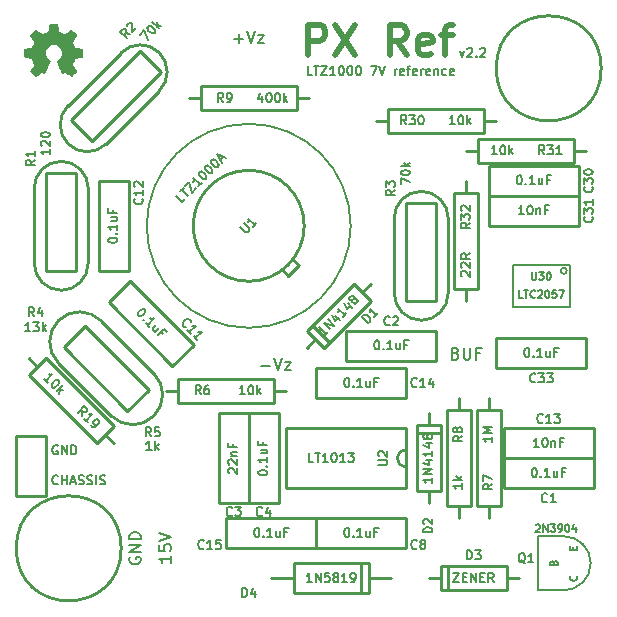
<source format=gto>
G04 (created by PCBNEW (22-Jun-2014 BZR 4027)-stable) date Fri 29 Dec 2017 04:16:52 AM CST*
%MOIN*%
G04 Gerber Fmt 3.4, Leading zero omitted, Abs format*
%FSLAX34Y34*%
G01*
G70*
G90*
G04 APERTURE LIST*
%ADD10C,0.00590551*%
%ADD11C,0.008*%
%ADD12C,0.006*%
%ADD13C,0.00787402*%
%ADD14C,0.007*%
%ADD15C,0.02*%
%ADD16C,0.01*%
%ADD17C,0.005*%
%ADD18C,0.0001*%
G04 APERTURE END LIST*
G54D10*
G54D11*
X92647Y-36752D02*
X92704Y-36771D01*
X92723Y-36790D01*
X92742Y-36828D01*
X92742Y-36885D01*
X92723Y-36923D01*
X92704Y-36942D01*
X92666Y-36961D01*
X92514Y-36961D01*
X92514Y-36561D01*
X92647Y-36561D01*
X92685Y-36580D01*
X92704Y-36600D01*
X92723Y-36638D01*
X92723Y-36676D01*
X92704Y-36714D01*
X92685Y-36733D01*
X92647Y-36752D01*
X92514Y-36752D01*
X92914Y-36561D02*
X92914Y-36885D01*
X92933Y-36923D01*
X92952Y-36942D01*
X92990Y-36961D01*
X93066Y-36961D01*
X93104Y-36942D01*
X93123Y-36923D01*
X93142Y-36885D01*
X93142Y-36561D01*
X93466Y-36752D02*
X93333Y-36752D01*
X93333Y-36961D02*
X93333Y-36561D01*
X93523Y-36561D01*
G54D12*
X79392Y-41092D02*
X79378Y-41107D01*
X79335Y-41121D01*
X79307Y-41121D01*
X79264Y-41107D01*
X79235Y-41078D01*
X79221Y-41050D01*
X79207Y-40992D01*
X79207Y-40950D01*
X79221Y-40892D01*
X79235Y-40864D01*
X79264Y-40835D01*
X79307Y-40821D01*
X79335Y-40821D01*
X79378Y-40835D01*
X79392Y-40850D01*
X79521Y-41121D02*
X79521Y-40821D01*
X79521Y-40964D02*
X79692Y-40964D01*
X79692Y-41121D02*
X79692Y-40821D01*
X79821Y-41035D02*
X79964Y-41035D01*
X79792Y-41121D02*
X79892Y-40821D01*
X79992Y-41121D01*
X80078Y-41107D02*
X80121Y-41121D01*
X80192Y-41121D01*
X80221Y-41107D01*
X80235Y-41092D01*
X80250Y-41064D01*
X80250Y-41035D01*
X80235Y-41007D01*
X80221Y-40992D01*
X80192Y-40978D01*
X80135Y-40964D01*
X80107Y-40950D01*
X80092Y-40935D01*
X80078Y-40907D01*
X80078Y-40878D01*
X80092Y-40850D01*
X80107Y-40835D01*
X80135Y-40821D01*
X80207Y-40821D01*
X80250Y-40835D01*
X80364Y-41107D02*
X80407Y-41121D01*
X80478Y-41121D01*
X80507Y-41107D01*
X80521Y-41092D01*
X80535Y-41064D01*
X80535Y-41035D01*
X80521Y-41007D01*
X80507Y-40992D01*
X80478Y-40978D01*
X80421Y-40964D01*
X80392Y-40950D01*
X80378Y-40935D01*
X80364Y-40907D01*
X80364Y-40878D01*
X80378Y-40850D01*
X80392Y-40835D01*
X80421Y-40821D01*
X80492Y-40821D01*
X80535Y-40835D01*
X80664Y-41121D02*
X80664Y-40821D01*
X80792Y-41107D02*
X80835Y-41121D01*
X80907Y-41121D01*
X80935Y-41107D01*
X80950Y-41092D01*
X80964Y-41064D01*
X80964Y-41035D01*
X80950Y-41007D01*
X80935Y-40992D01*
X80907Y-40978D01*
X80850Y-40964D01*
X80821Y-40950D01*
X80807Y-40935D01*
X80792Y-40907D01*
X80792Y-40878D01*
X80807Y-40850D01*
X80821Y-40835D01*
X80850Y-40821D01*
X80921Y-40821D01*
X80964Y-40835D01*
X79378Y-39835D02*
X79350Y-39821D01*
X79307Y-39821D01*
X79264Y-39835D01*
X79235Y-39864D01*
X79221Y-39892D01*
X79207Y-39950D01*
X79207Y-39992D01*
X79221Y-40050D01*
X79235Y-40078D01*
X79264Y-40107D01*
X79307Y-40121D01*
X79335Y-40121D01*
X79378Y-40107D01*
X79392Y-40092D01*
X79392Y-39992D01*
X79335Y-39992D01*
X79521Y-40121D02*
X79521Y-39821D01*
X79692Y-40121D01*
X79692Y-39821D01*
X79835Y-40121D02*
X79835Y-39821D01*
X79907Y-39821D01*
X79950Y-39835D01*
X79978Y-39864D01*
X79992Y-39892D01*
X80007Y-39950D01*
X80007Y-39992D01*
X79992Y-40050D01*
X79978Y-40078D01*
X79950Y-40107D01*
X79907Y-40121D01*
X79835Y-40121D01*
G54D13*
X89150Y-32500D02*
G75*
G03X89150Y-32500I-3400J0D01*
G74*
G01*
G54D12*
X82514Y-39971D02*
X82342Y-39971D01*
X82428Y-39971D02*
X82428Y-39671D01*
X82400Y-39714D01*
X82371Y-39742D01*
X82342Y-39757D01*
X82642Y-39971D02*
X82642Y-39671D01*
X82671Y-39857D02*
X82757Y-39971D01*
X82757Y-39771D02*
X82642Y-39885D01*
X82500Y-39521D02*
X82400Y-39378D01*
X82328Y-39521D02*
X82328Y-39221D01*
X82442Y-39221D01*
X82471Y-39235D01*
X82485Y-39250D01*
X82500Y-39278D01*
X82500Y-39321D01*
X82485Y-39350D01*
X82471Y-39364D01*
X82442Y-39378D01*
X82328Y-39378D01*
X82771Y-39221D02*
X82628Y-39221D01*
X82614Y-39364D01*
X82628Y-39350D01*
X82657Y-39335D01*
X82728Y-39335D01*
X82757Y-39350D01*
X82771Y-39364D01*
X82785Y-39392D01*
X82785Y-39464D01*
X82771Y-39492D01*
X82757Y-39507D01*
X82728Y-39521D01*
X82657Y-39521D01*
X82628Y-39507D01*
X82614Y-39492D01*
X92792Y-26671D02*
X92864Y-26871D01*
X92935Y-26671D01*
X93035Y-26600D02*
X93050Y-26585D01*
X93078Y-26571D01*
X93150Y-26571D01*
X93178Y-26585D01*
X93192Y-26600D01*
X93207Y-26628D01*
X93207Y-26657D01*
X93192Y-26700D01*
X93021Y-26871D01*
X93207Y-26871D01*
X93335Y-26842D02*
X93349Y-26857D01*
X93335Y-26871D01*
X93321Y-26857D01*
X93335Y-26842D01*
X93335Y-26871D01*
X93464Y-26600D02*
X93478Y-26585D01*
X93507Y-26571D01*
X93578Y-26571D01*
X93607Y-26585D01*
X93621Y-26600D01*
X93635Y-26628D01*
X93635Y-26657D01*
X93621Y-26700D01*
X93449Y-26871D01*
X93635Y-26871D01*
G54D14*
X87864Y-27471D02*
X87721Y-27471D01*
X87721Y-27171D01*
X87921Y-27171D02*
X88092Y-27171D01*
X88007Y-27471D02*
X88007Y-27171D01*
X88164Y-27171D02*
X88364Y-27171D01*
X88164Y-27471D01*
X88364Y-27471D01*
X88635Y-27471D02*
X88464Y-27471D01*
X88549Y-27471D02*
X88549Y-27171D01*
X88521Y-27214D01*
X88492Y-27242D01*
X88464Y-27257D01*
X88821Y-27171D02*
X88849Y-27171D01*
X88878Y-27185D01*
X88892Y-27200D01*
X88907Y-27228D01*
X88921Y-27285D01*
X88921Y-27357D01*
X88907Y-27414D01*
X88892Y-27442D01*
X88878Y-27457D01*
X88849Y-27471D01*
X88821Y-27471D01*
X88792Y-27457D01*
X88778Y-27442D01*
X88764Y-27414D01*
X88749Y-27357D01*
X88749Y-27285D01*
X88764Y-27228D01*
X88778Y-27200D01*
X88792Y-27185D01*
X88821Y-27171D01*
X89107Y-27171D02*
X89135Y-27171D01*
X89164Y-27185D01*
X89178Y-27200D01*
X89192Y-27228D01*
X89207Y-27285D01*
X89207Y-27357D01*
X89192Y-27414D01*
X89178Y-27442D01*
X89164Y-27457D01*
X89135Y-27471D01*
X89107Y-27471D01*
X89078Y-27457D01*
X89064Y-27442D01*
X89049Y-27414D01*
X89035Y-27357D01*
X89035Y-27285D01*
X89049Y-27228D01*
X89064Y-27200D01*
X89078Y-27185D01*
X89107Y-27171D01*
X89392Y-27171D02*
X89421Y-27171D01*
X89449Y-27185D01*
X89464Y-27200D01*
X89478Y-27228D01*
X89492Y-27285D01*
X89492Y-27357D01*
X89478Y-27414D01*
X89464Y-27442D01*
X89449Y-27457D01*
X89421Y-27471D01*
X89392Y-27471D01*
X89364Y-27457D01*
X89349Y-27442D01*
X89335Y-27414D01*
X89321Y-27357D01*
X89321Y-27285D01*
X89335Y-27228D01*
X89349Y-27200D01*
X89364Y-27185D01*
X89392Y-27171D01*
X89821Y-27171D02*
X90021Y-27171D01*
X89892Y-27471D01*
X90092Y-27171D02*
X90192Y-27471D01*
X90292Y-27171D01*
X90621Y-27471D02*
X90621Y-27271D01*
X90621Y-27328D02*
X90635Y-27300D01*
X90649Y-27285D01*
X90678Y-27271D01*
X90707Y-27271D01*
X90921Y-27457D02*
X90892Y-27471D01*
X90835Y-27471D01*
X90807Y-27457D01*
X90792Y-27428D01*
X90792Y-27314D01*
X90807Y-27285D01*
X90835Y-27271D01*
X90892Y-27271D01*
X90921Y-27285D01*
X90935Y-27314D01*
X90935Y-27342D01*
X90792Y-27371D01*
X91021Y-27271D02*
X91135Y-27271D01*
X91064Y-27471D02*
X91064Y-27214D01*
X91078Y-27185D01*
X91107Y-27171D01*
X91135Y-27171D01*
X91349Y-27457D02*
X91321Y-27471D01*
X91264Y-27471D01*
X91235Y-27457D01*
X91221Y-27428D01*
X91221Y-27314D01*
X91235Y-27285D01*
X91264Y-27271D01*
X91321Y-27271D01*
X91349Y-27285D01*
X91364Y-27314D01*
X91364Y-27342D01*
X91221Y-27371D01*
X91492Y-27471D02*
X91492Y-27271D01*
X91492Y-27328D02*
X91507Y-27300D01*
X91521Y-27285D01*
X91549Y-27271D01*
X91578Y-27271D01*
X91792Y-27457D02*
X91764Y-27471D01*
X91707Y-27471D01*
X91678Y-27457D01*
X91664Y-27428D01*
X91664Y-27314D01*
X91678Y-27285D01*
X91707Y-27271D01*
X91764Y-27271D01*
X91792Y-27285D01*
X91807Y-27314D01*
X91807Y-27342D01*
X91664Y-27371D01*
X91935Y-27271D02*
X91935Y-27471D01*
X91935Y-27300D02*
X91949Y-27285D01*
X91978Y-27271D01*
X92021Y-27271D01*
X92049Y-27285D01*
X92064Y-27314D01*
X92064Y-27471D01*
X92335Y-27457D02*
X92307Y-27471D01*
X92249Y-27471D01*
X92221Y-27457D01*
X92207Y-27442D01*
X92192Y-27414D01*
X92192Y-27328D01*
X92207Y-27300D01*
X92221Y-27285D01*
X92249Y-27271D01*
X92307Y-27271D01*
X92335Y-27285D01*
X92578Y-27457D02*
X92549Y-27471D01*
X92492Y-27471D01*
X92464Y-27457D01*
X92449Y-27428D01*
X92449Y-27314D01*
X92464Y-27285D01*
X92492Y-27271D01*
X92549Y-27271D01*
X92578Y-27285D01*
X92592Y-27314D01*
X92592Y-27342D01*
X92449Y-27371D01*
G54D15*
X87738Y-26804D02*
X87738Y-25804D01*
X88119Y-25804D01*
X88214Y-25852D01*
X88261Y-25900D01*
X88309Y-25995D01*
X88309Y-26138D01*
X88261Y-26233D01*
X88214Y-26280D01*
X88119Y-26328D01*
X87738Y-26328D01*
X88642Y-25804D02*
X89309Y-26804D01*
X89309Y-25804D02*
X88642Y-26804D01*
X91023Y-26804D02*
X90690Y-26328D01*
X90452Y-26804D02*
X90452Y-25804D01*
X90833Y-25804D01*
X90928Y-25852D01*
X90976Y-25900D01*
X91023Y-25995D01*
X91023Y-26138D01*
X90976Y-26233D01*
X90928Y-26280D01*
X90833Y-26328D01*
X90452Y-26328D01*
X91833Y-26757D02*
X91738Y-26804D01*
X91547Y-26804D01*
X91452Y-26757D01*
X91404Y-26661D01*
X91404Y-26280D01*
X91452Y-26185D01*
X91547Y-26138D01*
X91738Y-26138D01*
X91833Y-26185D01*
X91880Y-26280D01*
X91880Y-26376D01*
X91404Y-26471D01*
X92166Y-26138D02*
X92547Y-26138D01*
X92309Y-26804D02*
X92309Y-25947D01*
X92357Y-25852D01*
X92452Y-25804D01*
X92547Y-25804D01*
G54D11*
X81780Y-43554D02*
X81761Y-43592D01*
X81761Y-43650D01*
X81780Y-43707D01*
X81819Y-43745D01*
X81857Y-43764D01*
X81933Y-43783D01*
X81990Y-43783D01*
X82066Y-43764D01*
X82104Y-43745D01*
X82142Y-43707D01*
X82161Y-43650D01*
X82161Y-43611D01*
X82142Y-43554D01*
X82123Y-43535D01*
X81990Y-43535D01*
X81990Y-43611D01*
X82161Y-43364D02*
X81761Y-43364D01*
X82161Y-43135D01*
X81761Y-43135D01*
X82161Y-42945D02*
X81761Y-42945D01*
X81761Y-42849D01*
X81780Y-42792D01*
X81819Y-42754D01*
X81857Y-42735D01*
X81933Y-42716D01*
X81990Y-42716D01*
X82066Y-42735D01*
X82104Y-42754D01*
X82142Y-42792D01*
X82161Y-42849D01*
X82161Y-42945D01*
X83161Y-43497D02*
X83161Y-43726D01*
X83161Y-43611D02*
X82761Y-43611D01*
X82819Y-43649D01*
X82857Y-43688D01*
X82876Y-43726D01*
X82761Y-43135D02*
X82761Y-43326D01*
X82952Y-43345D01*
X82933Y-43326D01*
X82914Y-43288D01*
X82914Y-43192D01*
X82933Y-43154D01*
X82952Y-43135D01*
X82990Y-43116D01*
X83085Y-43116D01*
X83123Y-43135D01*
X83142Y-43154D01*
X83161Y-43192D01*
X83161Y-43288D01*
X83142Y-43326D01*
X83123Y-43345D01*
X82761Y-43002D02*
X83161Y-42869D01*
X82761Y-42735D01*
X86164Y-37159D02*
X86469Y-37159D01*
X86602Y-36911D02*
X86735Y-37311D01*
X86869Y-36911D01*
X86964Y-37045D02*
X87173Y-37045D01*
X86964Y-37311D01*
X87173Y-37311D01*
X85264Y-26259D02*
X85569Y-26259D01*
X85416Y-26411D02*
X85416Y-26107D01*
X85702Y-26011D02*
X85835Y-26411D01*
X85969Y-26011D01*
X86064Y-26145D02*
X86273Y-26145D01*
X86064Y-26411D01*
X86273Y-26411D01*
G54D12*
X78471Y-36021D02*
X78300Y-36021D01*
X78385Y-36021D02*
X78385Y-35721D01*
X78357Y-35764D01*
X78328Y-35792D01*
X78300Y-35807D01*
X78571Y-35721D02*
X78757Y-35721D01*
X78657Y-35835D01*
X78700Y-35835D01*
X78728Y-35850D01*
X78742Y-35864D01*
X78757Y-35892D01*
X78757Y-35964D01*
X78742Y-35992D01*
X78728Y-36007D01*
X78700Y-36021D01*
X78614Y-36021D01*
X78585Y-36007D01*
X78571Y-35992D01*
X78885Y-36021D02*
X78885Y-35721D01*
X78914Y-35907D02*
X79000Y-36021D01*
X79000Y-35821D02*
X78885Y-35935D01*
X78600Y-35521D02*
X78500Y-35378D01*
X78428Y-35521D02*
X78428Y-35221D01*
X78542Y-35221D01*
X78571Y-35235D01*
X78585Y-35250D01*
X78600Y-35278D01*
X78600Y-35321D01*
X78585Y-35350D01*
X78571Y-35364D01*
X78542Y-35378D01*
X78428Y-35378D01*
X78857Y-35321D02*
X78857Y-35521D01*
X78785Y-35207D02*
X78714Y-35421D01*
X78900Y-35421D01*
G54D10*
X96250Y-42850D02*
X95400Y-42850D01*
X95400Y-42850D02*
X95400Y-44650D01*
X95400Y-44650D02*
X96250Y-44650D01*
X96250Y-44650D02*
G75*
G03X97150Y-43750I0J900D01*
G74*
G01*
X97150Y-43750D02*
G75*
G03X96250Y-42850I-900J0D01*
G74*
G01*
G54D16*
X92750Y-38250D02*
X92750Y-38650D01*
X92750Y-38650D02*
X93150Y-38650D01*
X93150Y-38650D02*
X93150Y-41850D01*
X93150Y-41850D02*
X92350Y-41850D01*
X92350Y-41850D02*
X92350Y-38650D01*
X92350Y-38650D02*
X92750Y-38650D01*
X92750Y-42250D02*
X92750Y-41850D01*
X93750Y-42250D02*
X93750Y-41850D01*
X93750Y-41850D02*
X93350Y-41850D01*
X93350Y-41850D02*
X93350Y-38650D01*
X93350Y-38650D02*
X94150Y-38650D01*
X94150Y-38650D02*
X94150Y-41850D01*
X94150Y-41850D02*
X93750Y-41850D01*
X93750Y-38250D02*
X93750Y-38650D01*
X83000Y-38000D02*
X83400Y-38000D01*
X83400Y-38000D02*
X83400Y-37600D01*
X83400Y-37600D02*
X86600Y-37600D01*
X86600Y-37600D02*
X86600Y-38400D01*
X86600Y-38400D02*
X83400Y-38400D01*
X83400Y-38400D02*
X83400Y-38000D01*
X87000Y-38000D02*
X86600Y-38000D01*
X83750Y-28250D02*
X84150Y-28250D01*
X84150Y-28250D02*
X84150Y-27850D01*
X84150Y-27850D02*
X87350Y-27850D01*
X87350Y-27850D02*
X87350Y-28650D01*
X87350Y-28650D02*
X84150Y-28650D01*
X84150Y-28650D02*
X84150Y-28250D01*
X87750Y-28250D02*
X87350Y-28250D01*
X81250Y-39750D02*
X80967Y-39467D01*
X80967Y-39467D02*
X80684Y-39750D01*
X80684Y-39750D02*
X78421Y-37487D01*
X78421Y-37487D02*
X78987Y-36921D01*
X78987Y-36921D02*
X81250Y-39184D01*
X81250Y-39184D02*
X80967Y-39467D01*
X78421Y-36921D02*
X78704Y-37204D01*
X87600Y-32500D02*
G75*
G03X87600Y-32500I-1850J0D01*
G74*
G01*
X87058Y-34161D02*
X86881Y-33984D01*
X87411Y-33808D02*
X87234Y-33631D01*
X87411Y-33808D02*
X87058Y-34161D01*
X90700Y-40250D02*
G75*
G03X91000Y-40550I300J0D01*
G74*
G01*
X91000Y-39950D02*
G75*
G03X90700Y-40250I0J-300D01*
G74*
G01*
X91000Y-41250D02*
X87000Y-41250D01*
X87000Y-41250D02*
X87000Y-39250D01*
X87000Y-39250D02*
X91000Y-39250D01*
X91000Y-39250D02*
X91000Y-41250D01*
X97500Y-27250D02*
G75*
G03X97500Y-27250I-1750J0D01*
G74*
G01*
X80292Y-35835D02*
X82414Y-37957D01*
X82414Y-37957D02*
X81707Y-38664D01*
X81707Y-38664D02*
X79585Y-36542D01*
X79585Y-36542D02*
X80292Y-35835D01*
X79409Y-37073D02*
X81176Y-38840D01*
X80823Y-35659D02*
X82590Y-37426D01*
X81176Y-38840D02*
G75*
G03X82590Y-38840I707J707D01*
G74*
G01*
X82590Y-38840D02*
G75*
G03X82590Y-37426I-707J707D01*
G74*
G01*
X80823Y-35659D02*
G75*
G03X79409Y-35659I-707J-707D01*
G74*
G01*
X79409Y-35659D02*
G75*
G03X79409Y-37073I707J-707D01*
G74*
G01*
X97250Y-40250D02*
X97250Y-41250D01*
X94250Y-40250D02*
X94250Y-41250D01*
X97250Y-41250D02*
X94250Y-41250D01*
X94250Y-40250D02*
X97250Y-40250D01*
X89000Y-37000D02*
X89000Y-36000D01*
X92000Y-37000D02*
X92000Y-36000D01*
X89000Y-36000D02*
X92000Y-36000D01*
X92000Y-37000D02*
X89000Y-37000D01*
X84750Y-38750D02*
X85750Y-38750D01*
X84750Y-41750D02*
X85750Y-41750D01*
X85750Y-38750D02*
X85750Y-41750D01*
X84750Y-41750D02*
X84750Y-38750D01*
X85750Y-38750D02*
X86750Y-38750D01*
X85750Y-41750D02*
X86750Y-41750D01*
X86750Y-38750D02*
X86750Y-41750D01*
X85750Y-41750D02*
X85750Y-38750D01*
X91000Y-42250D02*
X91000Y-43250D01*
X88000Y-42250D02*
X88000Y-43250D01*
X91000Y-43250D02*
X88000Y-43250D01*
X88000Y-42250D02*
X91000Y-42250D01*
X83914Y-36457D02*
X83207Y-37164D01*
X81792Y-34335D02*
X81085Y-35042D01*
X83207Y-37164D02*
X81085Y-35042D01*
X81792Y-34335D02*
X83914Y-36457D01*
X81750Y-34000D02*
X80750Y-34000D01*
X81750Y-31000D02*
X80750Y-31000D01*
X80750Y-34000D02*
X80750Y-31000D01*
X81750Y-31000D02*
X81750Y-34000D01*
X94250Y-40250D02*
X94250Y-39250D01*
X97250Y-40250D02*
X97250Y-39250D01*
X94250Y-39250D02*
X97250Y-39250D01*
X97250Y-40250D02*
X94250Y-40250D01*
X88000Y-38250D02*
X88000Y-37250D01*
X91000Y-38250D02*
X91000Y-37250D01*
X88000Y-37250D02*
X91000Y-37250D01*
X91000Y-38250D02*
X88000Y-38250D01*
X85000Y-43250D02*
X85000Y-42250D01*
X88000Y-43250D02*
X88000Y-42250D01*
X85000Y-42250D02*
X88000Y-42250D01*
X88000Y-43250D02*
X85000Y-43250D01*
X86500Y-44250D02*
X87250Y-44250D01*
X89750Y-44250D02*
X90500Y-44250D01*
X89500Y-43750D02*
X89500Y-44750D01*
X87250Y-44750D02*
X89750Y-44750D01*
X87250Y-43750D02*
X87250Y-44750D01*
X89750Y-43750D02*
X89750Y-44750D01*
X87250Y-43750D02*
X89750Y-43750D01*
X91750Y-41350D02*
X91750Y-41750D01*
X91750Y-39150D02*
X91750Y-38750D01*
X92150Y-41350D02*
X92150Y-39150D01*
X91350Y-39150D02*
X91350Y-41350D01*
X91350Y-39400D02*
X92150Y-39400D01*
X91750Y-39150D02*
X91350Y-39150D01*
X91350Y-41350D02*
X91750Y-41350D01*
X91750Y-41350D02*
X92150Y-41350D01*
X92150Y-39150D02*
X91750Y-39150D01*
X89527Y-34722D02*
X89810Y-34439D01*
X87972Y-36277D02*
X87689Y-36560D01*
X89244Y-34439D02*
X87689Y-35994D01*
X88255Y-36560D02*
X89810Y-35005D01*
X88431Y-36383D02*
X87866Y-35818D01*
X87972Y-36277D02*
X88255Y-36560D01*
X89810Y-35005D02*
X89527Y-34722D01*
X89527Y-34722D02*
X89244Y-34439D01*
X87689Y-35994D02*
X87972Y-36277D01*
X94350Y-44250D02*
X94750Y-44250D01*
X92150Y-44250D02*
X91750Y-44250D01*
X94350Y-43850D02*
X92150Y-43850D01*
X92150Y-44650D02*
X94350Y-44650D01*
X92400Y-44650D02*
X92400Y-43850D01*
X92150Y-44250D02*
X92150Y-44650D01*
X94350Y-44650D02*
X94350Y-44250D01*
X94350Y-44250D02*
X94350Y-43850D01*
X92150Y-43850D02*
X92150Y-44250D01*
X79835Y-28957D02*
X82133Y-26659D01*
X82840Y-27366D02*
X80542Y-29664D01*
X79729Y-28497D02*
X81497Y-26729D01*
X82770Y-28002D02*
X81002Y-29770D01*
X79729Y-29770D02*
G75*
G03X81002Y-29770I636J636D01*
G74*
G01*
X79729Y-28497D02*
G75*
G03X79729Y-29770I636J-636D01*
G74*
G01*
X82770Y-26729D02*
G75*
G03X81497Y-26729I-636J-636D01*
G74*
G01*
X82770Y-28002D02*
G75*
G03X82770Y-26729I-636J636D01*
G74*
G01*
X79729Y-29770D02*
G75*
G03X81002Y-29770I636J636D01*
G74*
G01*
X80542Y-29664D02*
X79835Y-28957D01*
X82133Y-26659D02*
X82840Y-27366D01*
X79000Y-34000D02*
X79000Y-30750D01*
X80000Y-30750D02*
X80000Y-34000D01*
X78600Y-33750D02*
X78600Y-31250D01*
X80400Y-31250D02*
X80400Y-33750D01*
X79500Y-34650D02*
G75*
G03X80400Y-33750I0J900D01*
G74*
G01*
X78600Y-33750D02*
G75*
G03X79500Y-34650I900J0D01*
G74*
G01*
X79500Y-30350D02*
G75*
G03X78600Y-31250I0J-900D01*
G74*
G01*
X80400Y-31250D02*
G75*
G03X79500Y-30350I-900J0D01*
G74*
G01*
X79500Y-34650D02*
G75*
G03X80400Y-33750I0J900D01*
G74*
G01*
X80000Y-34000D02*
X79000Y-34000D01*
X79000Y-30750D02*
X80000Y-30750D01*
X91000Y-35000D02*
X91000Y-31750D01*
X92000Y-31750D02*
X92000Y-35000D01*
X90600Y-34750D02*
X90600Y-32250D01*
X92400Y-32250D02*
X92400Y-34750D01*
X91500Y-35650D02*
G75*
G03X92400Y-34750I0J900D01*
G74*
G01*
X90600Y-34750D02*
G75*
G03X91500Y-35650I900J0D01*
G74*
G01*
X91500Y-31350D02*
G75*
G03X90600Y-32250I0J-900D01*
G74*
G01*
X92400Y-32250D02*
G75*
G03X91500Y-31350I-900J0D01*
G74*
G01*
X91500Y-35650D02*
G75*
G03X92400Y-34750I0J900D01*
G74*
G01*
X92000Y-35000D02*
X91000Y-35000D01*
X91000Y-31750D02*
X92000Y-31750D01*
X78000Y-41500D02*
X78000Y-39500D01*
X78000Y-39500D02*
X79000Y-39500D01*
X79000Y-39500D02*
X79000Y-41500D01*
X79000Y-41500D02*
X78000Y-41500D01*
X81500Y-43250D02*
G75*
G03X81500Y-43250I-1750J0D01*
G74*
G01*
G54D17*
X96350Y-34000D02*
G75*
G03X96350Y-34000I-100J0D01*
G74*
G01*
X94550Y-35200D02*
X94550Y-33800D01*
X96450Y-35200D02*
X96450Y-33800D01*
X96450Y-33800D02*
X94550Y-33800D01*
X96450Y-35200D02*
X94550Y-35200D01*
G54D16*
X90000Y-29000D02*
X90400Y-29000D01*
X90400Y-29000D02*
X90400Y-28600D01*
X90400Y-28600D02*
X93600Y-28600D01*
X93600Y-28600D02*
X93600Y-29400D01*
X93600Y-29400D02*
X90400Y-29400D01*
X90400Y-29400D02*
X90400Y-29000D01*
X94000Y-29000D02*
X93600Y-29000D01*
X97000Y-30000D02*
X96600Y-30000D01*
X96600Y-30000D02*
X96600Y-30400D01*
X96600Y-30400D02*
X93400Y-30400D01*
X93400Y-30400D02*
X93400Y-29600D01*
X93400Y-29600D02*
X96600Y-29600D01*
X96600Y-29600D02*
X96600Y-30000D01*
X93000Y-30000D02*
X93400Y-30000D01*
X93000Y-31000D02*
X93000Y-31400D01*
X93000Y-31400D02*
X93400Y-31400D01*
X93400Y-31400D02*
X93400Y-34600D01*
X93400Y-34600D02*
X92600Y-34600D01*
X92600Y-34600D02*
X92600Y-31400D01*
X92600Y-31400D02*
X93000Y-31400D01*
X93000Y-35000D02*
X93000Y-34600D01*
X96750Y-30500D02*
X96750Y-31500D01*
X93750Y-30500D02*
X93750Y-31500D01*
X96750Y-31500D02*
X93750Y-31500D01*
X93750Y-30500D02*
X96750Y-30500D01*
X93750Y-32500D02*
X93750Y-31500D01*
X96750Y-32500D02*
X96750Y-31500D01*
X93750Y-31500D02*
X96750Y-31500D01*
X96750Y-32500D02*
X93750Y-32500D01*
X94000Y-37250D02*
X94000Y-36250D01*
X97000Y-37250D02*
X97000Y-36250D01*
X94000Y-36250D02*
X97000Y-36250D01*
X97000Y-37250D02*
X94000Y-37250D01*
G54D18*
G36*
X78654Y-27534D02*
X78664Y-27528D01*
X78687Y-27514D01*
X78720Y-27492D01*
X78759Y-27466D01*
X78798Y-27440D01*
X78830Y-27419D01*
X78852Y-27404D01*
X78862Y-27399D01*
X78867Y-27401D01*
X78885Y-27410D01*
X78912Y-27424D01*
X78928Y-27432D01*
X78952Y-27442D01*
X78965Y-27445D01*
X78967Y-27441D01*
X78976Y-27422D01*
X78990Y-27390D01*
X79008Y-27347D01*
X79030Y-27297D01*
X79052Y-27244D01*
X79075Y-27189D01*
X79097Y-27136D01*
X79116Y-27089D01*
X79132Y-27051D01*
X79142Y-27024D01*
X79146Y-27013D01*
X79145Y-27010D01*
X79132Y-26998D01*
X79111Y-26982D01*
X79064Y-26944D01*
X79018Y-26887D01*
X78990Y-26822D01*
X78981Y-26749D01*
X78989Y-26682D01*
X79015Y-26618D01*
X79060Y-26560D01*
X79115Y-26517D01*
X79179Y-26490D01*
X79250Y-26481D01*
X79318Y-26489D01*
X79384Y-26515D01*
X79442Y-26559D01*
X79467Y-26587D01*
X79501Y-26646D01*
X79520Y-26708D01*
X79522Y-26724D01*
X79519Y-26793D01*
X79499Y-26860D01*
X79462Y-26919D01*
X79411Y-26968D01*
X79405Y-26972D01*
X79382Y-26990D01*
X79366Y-27002D01*
X79354Y-27012D01*
X79442Y-27224D01*
X79456Y-27257D01*
X79480Y-27315D01*
X79501Y-27365D01*
X79518Y-27405D01*
X79530Y-27431D01*
X79535Y-27442D01*
X79535Y-27443D01*
X79543Y-27444D01*
X79559Y-27438D01*
X79589Y-27424D01*
X79608Y-27414D01*
X79631Y-27403D01*
X79641Y-27399D01*
X79650Y-27404D01*
X79671Y-27418D01*
X79703Y-27439D01*
X79741Y-27464D01*
X79777Y-27489D01*
X79810Y-27511D01*
X79834Y-27526D01*
X79846Y-27533D01*
X79848Y-27533D01*
X79858Y-27527D01*
X79877Y-27511D01*
X79906Y-27484D01*
X79947Y-27443D01*
X79953Y-27437D01*
X79987Y-27403D01*
X80014Y-27374D01*
X80032Y-27354D01*
X80039Y-27345D01*
X80039Y-27345D01*
X80033Y-27333D01*
X80018Y-27309D01*
X79996Y-27275D01*
X79969Y-27236D01*
X79899Y-27134D01*
X79937Y-27038D01*
X79949Y-27008D01*
X79964Y-26973D01*
X79975Y-26947D01*
X79981Y-26936D01*
X79991Y-26932D01*
X80018Y-26926D01*
X80056Y-26918D01*
X80101Y-26910D01*
X80145Y-26902D01*
X80184Y-26894D01*
X80212Y-26889D01*
X80225Y-26886D01*
X80228Y-26884D01*
X80231Y-26878D01*
X80232Y-26865D01*
X80233Y-26841D01*
X80234Y-26804D01*
X80234Y-26749D01*
X80234Y-26743D01*
X80233Y-26692D01*
X80232Y-26650D01*
X80231Y-26624D01*
X80229Y-26613D01*
X80229Y-26613D01*
X80217Y-26610D01*
X80189Y-26604D01*
X80150Y-26597D01*
X80103Y-26588D01*
X80100Y-26587D01*
X80054Y-26578D01*
X80015Y-26570D01*
X79987Y-26564D01*
X79976Y-26560D01*
X79973Y-26557D01*
X79964Y-26539D01*
X79951Y-26510D01*
X79935Y-26475D01*
X79920Y-26438D01*
X79907Y-26405D01*
X79898Y-26381D01*
X79895Y-26370D01*
X79896Y-26369D01*
X79903Y-26358D01*
X79919Y-26334D01*
X79941Y-26301D01*
X79968Y-26261D01*
X79970Y-26258D01*
X79997Y-26219D01*
X80019Y-26185D01*
X80033Y-26162D01*
X80039Y-26151D01*
X80039Y-26150D01*
X80030Y-26138D01*
X80010Y-26116D01*
X79981Y-26086D01*
X79947Y-26051D01*
X79936Y-26041D01*
X79897Y-26003D01*
X79871Y-25979D01*
X79854Y-25966D01*
X79846Y-25963D01*
X79846Y-25963D01*
X79834Y-25970D01*
X79809Y-25986D01*
X79776Y-26009D01*
X79736Y-26036D01*
X79733Y-26038D01*
X79694Y-26065D01*
X79661Y-26087D01*
X79638Y-26103D01*
X79627Y-26109D01*
X79626Y-26109D01*
X79610Y-26104D01*
X79582Y-26094D01*
X79547Y-26081D01*
X79511Y-26066D01*
X79478Y-26052D01*
X79453Y-26041D01*
X79441Y-26034D01*
X79441Y-26034D01*
X79437Y-26020D01*
X79430Y-25990D01*
X79422Y-25950D01*
X79412Y-25902D01*
X79411Y-25894D01*
X79402Y-25847D01*
X79395Y-25808D01*
X79389Y-25781D01*
X79386Y-25770D01*
X79380Y-25769D01*
X79357Y-25767D01*
X79322Y-25766D01*
X79279Y-25766D01*
X79235Y-25766D01*
X79192Y-25767D01*
X79155Y-25768D01*
X79128Y-25770D01*
X79117Y-25772D01*
X79117Y-25773D01*
X79113Y-25788D01*
X79106Y-25817D01*
X79098Y-25858D01*
X79089Y-25906D01*
X79087Y-25915D01*
X79078Y-25961D01*
X79070Y-26000D01*
X79065Y-26026D01*
X79062Y-26037D01*
X79057Y-26039D01*
X79038Y-26047D01*
X79007Y-26060D01*
X78968Y-26076D01*
X78878Y-26112D01*
X78767Y-26037D01*
X78757Y-26030D01*
X78717Y-26003D01*
X78685Y-25981D01*
X78662Y-25966D01*
X78653Y-25961D01*
X78652Y-25961D01*
X78641Y-25971D01*
X78619Y-25992D01*
X78589Y-26021D01*
X78554Y-26055D01*
X78529Y-26081D01*
X78498Y-26112D01*
X78479Y-26133D01*
X78468Y-26146D01*
X78465Y-26154D01*
X78466Y-26160D01*
X78473Y-26171D01*
X78489Y-26195D01*
X78512Y-26229D01*
X78539Y-26268D01*
X78561Y-26301D01*
X78585Y-26338D01*
X78600Y-26364D01*
X78606Y-26377D01*
X78604Y-26382D01*
X78597Y-26404D01*
X78583Y-26437D01*
X78567Y-26476D01*
X78528Y-26563D01*
X78471Y-26574D01*
X78436Y-26581D01*
X78388Y-26590D01*
X78341Y-26599D01*
X78269Y-26613D01*
X78266Y-26879D01*
X78277Y-26884D01*
X78288Y-26887D01*
X78315Y-26893D01*
X78353Y-26901D01*
X78399Y-26909D01*
X78437Y-26916D01*
X78476Y-26924D01*
X78504Y-26929D01*
X78516Y-26932D01*
X78520Y-26936D01*
X78529Y-26955D01*
X78543Y-26985D01*
X78559Y-27021D01*
X78574Y-27058D01*
X78588Y-27093D01*
X78597Y-27119D01*
X78601Y-27132D01*
X78596Y-27143D01*
X78581Y-27166D01*
X78560Y-27198D01*
X78533Y-27237D01*
X78507Y-27275D01*
X78484Y-27308D01*
X78469Y-27332D01*
X78462Y-27343D01*
X78466Y-27350D01*
X78481Y-27369D01*
X78510Y-27399D01*
X78554Y-27442D01*
X78561Y-27449D01*
X78595Y-27482D01*
X78624Y-27509D01*
X78645Y-27527D01*
X78654Y-27534D01*
X78654Y-27534D01*
G37*
G54D12*
X94971Y-43750D02*
X94942Y-43735D01*
X94914Y-43707D01*
X94871Y-43664D01*
X94842Y-43650D01*
X94814Y-43650D01*
X94828Y-43721D02*
X94800Y-43707D01*
X94771Y-43678D01*
X94757Y-43621D01*
X94757Y-43521D01*
X94771Y-43464D01*
X94800Y-43435D01*
X94828Y-43421D01*
X94885Y-43421D01*
X94914Y-43435D01*
X94942Y-43464D01*
X94957Y-43521D01*
X94957Y-43621D01*
X94942Y-43678D01*
X94914Y-43707D01*
X94885Y-43721D01*
X94828Y-43721D01*
X95242Y-43721D02*
X95071Y-43721D01*
X95157Y-43721D02*
X95157Y-43421D01*
X95128Y-43464D01*
X95100Y-43492D01*
X95071Y-43507D01*
G54D17*
X95321Y-42475D02*
X95333Y-42463D01*
X95357Y-42451D01*
X95416Y-42451D01*
X95440Y-42463D01*
X95452Y-42475D01*
X95464Y-42498D01*
X95464Y-42522D01*
X95452Y-42558D01*
X95309Y-42701D01*
X95464Y-42701D01*
X95571Y-42701D02*
X95571Y-42451D01*
X95714Y-42701D01*
X95714Y-42451D01*
X95809Y-42451D02*
X95964Y-42451D01*
X95880Y-42546D01*
X95916Y-42546D01*
X95940Y-42558D01*
X95952Y-42570D01*
X95964Y-42594D01*
X95964Y-42653D01*
X95952Y-42677D01*
X95940Y-42689D01*
X95916Y-42701D01*
X95845Y-42701D01*
X95821Y-42689D01*
X95809Y-42677D01*
X96083Y-42701D02*
X96130Y-42701D01*
X96154Y-42689D01*
X96166Y-42677D01*
X96190Y-42641D01*
X96202Y-42594D01*
X96202Y-42498D01*
X96190Y-42475D01*
X96178Y-42463D01*
X96154Y-42451D01*
X96107Y-42451D01*
X96083Y-42463D01*
X96071Y-42475D01*
X96059Y-42498D01*
X96059Y-42558D01*
X96071Y-42582D01*
X96083Y-42594D01*
X96107Y-42605D01*
X96154Y-42605D01*
X96178Y-42594D01*
X96190Y-42582D01*
X96202Y-42558D01*
X96357Y-42451D02*
X96380Y-42451D01*
X96404Y-42463D01*
X96416Y-42475D01*
X96428Y-42498D01*
X96440Y-42546D01*
X96440Y-42605D01*
X96428Y-42653D01*
X96416Y-42677D01*
X96404Y-42689D01*
X96380Y-42701D01*
X96357Y-42701D01*
X96333Y-42689D01*
X96321Y-42677D01*
X96309Y-42653D01*
X96297Y-42605D01*
X96297Y-42546D01*
X96309Y-42498D01*
X96321Y-42475D01*
X96333Y-42463D01*
X96357Y-42451D01*
X96654Y-42534D02*
X96654Y-42701D01*
X96595Y-42439D02*
X96535Y-42617D01*
X96690Y-42617D01*
X96570Y-43303D02*
X96570Y-43220D01*
X96701Y-43184D02*
X96701Y-43303D01*
X96451Y-43303D01*
X96451Y-43184D01*
X95920Y-43732D02*
X95932Y-43696D01*
X95944Y-43684D01*
X95967Y-43672D01*
X96003Y-43672D01*
X96027Y-43684D01*
X96039Y-43696D01*
X96051Y-43720D01*
X96051Y-43815D01*
X95801Y-43815D01*
X95801Y-43732D01*
X95813Y-43708D01*
X95825Y-43696D01*
X95848Y-43684D01*
X95872Y-43684D01*
X95896Y-43696D01*
X95908Y-43708D01*
X95920Y-43732D01*
X95920Y-43815D01*
X96677Y-44172D02*
X96689Y-44184D01*
X96701Y-44220D01*
X96701Y-44244D01*
X96689Y-44279D01*
X96665Y-44303D01*
X96641Y-44315D01*
X96594Y-44327D01*
X96558Y-44327D01*
X96510Y-44315D01*
X96486Y-44303D01*
X96463Y-44279D01*
X96451Y-44244D01*
X96451Y-44220D01*
X96463Y-44184D01*
X96475Y-44172D01*
G54D12*
X92871Y-39500D02*
X92728Y-39600D01*
X92871Y-39671D02*
X92571Y-39671D01*
X92571Y-39557D01*
X92585Y-39528D01*
X92600Y-39514D01*
X92628Y-39500D01*
X92671Y-39500D01*
X92700Y-39514D01*
X92714Y-39528D01*
X92728Y-39557D01*
X92728Y-39671D01*
X92700Y-39328D02*
X92685Y-39357D01*
X92671Y-39371D01*
X92642Y-39385D01*
X92628Y-39385D01*
X92600Y-39371D01*
X92585Y-39357D01*
X92571Y-39328D01*
X92571Y-39271D01*
X92585Y-39242D01*
X92600Y-39228D01*
X92628Y-39214D01*
X92642Y-39214D01*
X92671Y-39228D01*
X92685Y-39242D01*
X92700Y-39271D01*
X92700Y-39328D01*
X92714Y-39357D01*
X92728Y-39371D01*
X92757Y-39385D01*
X92814Y-39385D01*
X92842Y-39371D01*
X92857Y-39357D01*
X92871Y-39328D01*
X92871Y-39271D01*
X92857Y-39242D01*
X92842Y-39228D01*
X92814Y-39214D01*
X92757Y-39214D01*
X92728Y-39228D01*
X92714Y-39242D01*
X92700Y-39271D01*
X92871Y-41085D02*
X92871Y-41257D01*
X92871Y-41171D02*
X92571Y-41171D01*
X92614Y-41199D01*
X92642Y-41228D01*
X92657Y-41257D01*
X92871Y-40957D02*
X92571Y-40957D01*
X92757Y-40928D02*
X92871Y-40842D01*
X92671Y-40842D02*
X92785Y-40957D01*
X93871Y-41100D02*
X93728Y-41200D01*
X93871Y-41271D02*
X93571Y-41271D01*
X93571Y-41157D01*
X93585Y-41128D01*
X93600Y-41114D01*
X93628Y-41100D01*
X93671Y-41100D01*
X93700Y-41114D01*
X93714Y-41128D01*
X93728Y-41157D01*
X93728Y-41271D01*
X93571Y-41000D02*
X93571Y-40800D01*
X93871Y-40928D01*
X93871Y-39535D02*
X93871Y-39707D01*
X93871Y-39621D02*
X93571Y-39621D01*
X93614Y-39649D01*
X93642Y-39678D01*
X93657Y-39707D01*
X93871Y-39407D02*
X93571Y-39407D01*
X93785Y-39307D01*
X93571Y-39207D01*
X93871Y-39207D01*
X84150Y-38121D02*
X84050Y-37978D01*
X83978Y-38121D02*
X83978Y-37821D01*
X84092Y-37821D01*
X84121Y-37835D01*
X84135Y-37850D01*
X84150Y-37878D01*
X84150Y-37921D01*
X84135Y-37950D01*
X84121Y-37964D01*
X84092Y-37978D01*
X83978Y-37978D01*
X84407Y-37821D02*
X84350Y-37821D01*
X84321Y-37835D01*
X84307Y-37850D01*
X84278Y-37892D01*
X84264Y-37950D01*
X84264Y-38064D01*
X84278Y-38092D01*
X84292Y-38107D01*
X84321Y-38121D01*
X84378Y-38121D01*
X84407Y-38107D01*
X84421Y-38092D01*
X84435Y-38064D01*
X84435Y-37992D01*
X84421Y-37964D01*
X84407Y-37950D01*
X84378Y-37935D01*
X84321Y-37935D01*
X84292Y-37950D01*
X84278Y-37964D01*
X84264Y-37992D01*
X85621Y-38121D02*
X85450Y-38121D01*
X85535Y-38121D02*
X85535Y-37821D01*
X85507Y-37864D01*
X85478Y-37892D01*
X85450Y-37907D01*
X85807Y-37821D02*
X85835Y-37821D01*
X85864Y-37835D01*
X85878Y-37850D01*
X85892Y-37878D01*
X85907Y-37935D01*
X85907Y-38007D01*
X85892Y-38064D01*
X85878Y-38092D01*
X85864Y-38107D01*
X85835Y-38121D01*
X85807Y-38121D01*
X85778Y-38107D01*
X85764Y-38092D01*
X85750Y-38064D01*
X85735Y-38007D01*
X85735Y-37935D01*
X85750Y-37878D01*
X85764Y-37850D01*
X85778Y-37835D01*
X85807Y-37821D01*
X86035Y-38121D02*
X86035Y-37821D01*
X86064Y-38007D02*
X86150Y-38121D01*
X86150Y-37921D02*
X86035Y-38035D01*
X84900Y-28371D02*
X84800Y-28228D01*
X84728Y-28371D02*
X84728Y-28071D01*
X84842Y-28071D01*
X84871Y-28085D01*
X84885Y-28100D01*
X84900Y-28128D01*
X84900Y-28171D01*
X84885Y-28200D01*
X84871Y-28214D01*
X84842Y-28228D01*
X84728Y-28228D01*
X85042Y-28371D02*
X85100Y-28371D01*
X85128Y-28357D01*
X85142Y-28342D01*
X85171Y-28300D01*
X85185Y-28242D01*
X85185Y-28128D01*
X85171Y-28100D01*
X85157Y-28085D01*
X85128Y-28071D01*
X85071Y-28071D01*
X85042Y-28085D01*
X85028Y-28100D01*
X85014Y-28128D01*
X85014Y-28200D01*
X85028Y-28228D01*
X85042Y-28242D01*
X85071Y-28257D01*
X85128Y-28257D01*
X85157Y-28242D01*
X85171Y-28228D01*
X85185Y-28200D01*
X86200Y-28171D02*
X86200Y-28371D01*
X86128Y-28057D02*
X86057Y-28271D01*
X86242Y-28271D01*
X86414Y-28071D02*
X86442Y-28071D01*
X86471Y-28085D01*
X86485Y-28100D01*
X86500Y-28128D01*
X86514Y-28185D01*
X86514Y-28257D01*
X86500Y-28314D01*
X86485Y-28342D01*
X86471Y-28357D01*
X86442Y-28371D01*
X86414Y-28371D01*
X86385Y-28357D01*
X86371Y-28342D01*
X86357Y-28314D01*
X86342Y-28257D01*
X86342Y-28185D01*
X86357Y-28128D01*
X86371Y-28100D01*
X86385Y-28085D01*
X86414Y-28071D01*
X86700Y-28071D02*
X86728Y-28071D01*
X86757Y-28085D01*
X86771Y-28100D01*
X86785Y-28128D01*
X86800Y-28185D01*
X86800Y-28257D01*
X86785Y-28314D01*
X86771Y-28342D01*
X86757Y-28357D01*
X86728Y-28371D01*
X86700Y-28371D01*
X86671Y-28357D01*
X86657Y-28342D01*
X86642Y-28314D01*
X86628Y-28257D01*
X86628Y-28185D01*
X86642Y-28128D01*
X86657Y-28100D01*
X86671Y-28085D01*
X86700Y-28071D01*
X86928Y-28371D02*
X86928Y-28071D01*
X86957Y-28257D02*
X87042Y-28371D01*
X87042Y-28171D02*
X86928Y-28285D01*
X80179Y-38850D02*
X80209Y-38679D01*
X80058Y-38729D02*
X80270Y-38517D01*
X80350Y-38598D01*
X80361Y-38628D01*
X80361Y-38648D01*
X80350Y-38679D01*
X80320Y-38709D01*
X80290Y-38719D01*
X80270Y-38719D01*
X80239Y-38709D01*
X80159Y-38628D01*
X80381Y-39052D02*
X80260Y-38931D01*
X80320Y-38992D02*
X80532Y-38780D01*
X80482Y-38790D01*
X80441Y-38790D01*
X80411Y-38780D01*
X80482Y-39154D02*
X80522Y-39194D01*
X80552Y-39204D01*
X80573Y-39204D01*
X80623Y-39194D01*
X80674Y-39164D01*
X80755Y-39083D01*
X80765Y-39052D01*
X80765Y-39032D01*
X80755Y-39002D01*
X80714Y-38962D01*
X80684Y-38951D01*
X80664Y-38951D01*
X80633Y-38962D01*
X80583Y-39012D01*
X80573Y-39042D01*
X80573Y-39063D01*
X80583Y-39093D01*
X80623Y-39133D01*
X80654Y-39143D01*
X80674Y-39143D01*
X80704Y-39133D01*
X79057Y-37729D02*
X78936Y-37608D01*
X78997Y-37669D02*
X79209Y-37456D01*
X79158Y-37467D01*
X79118Y-37467D01*
X79088Y-37456D01*
X79401Y-37648D02*
X79421Y-37669D01*
X79431Y-37699D01*
X79431Y-37719D01*
X79421Y-37749D01*
X79391Y-37800D01*
X79340Y-37850D01*
X79290Y-37881D01*
X79260Y-37891D01*
X79239Y-37891D01*
X79209Y-37881D01*
X79189Y-37861D01*
X79179Y-37830D01*
X79179Y-37810D01*
X79189Y-37780D01*
X79219Y-37729D01*
X79270Y-37679D01*
X79320Y-37648D01*
X79350Y-37638D01*
X79371Y-37638D01*
X79401Y-37648D01*
X79350Y-38022D02*
X79563Y-37810D01*
X79451Y-37962D02*
X79431Y-38103D01*
X79573Y-37962D02*
X79411Y-37962D01*
X85462Y-32535D02*
X85633Y-32707D01*
X85664Y-32717D01*
X85684Y-32717D01*
X85714Y-32707D01*
X85755Y-32666D01*
X85765Y-32636D01*
X85765Y-32616D01*
X85755Y-32585D01*
X85583Y-32414D01*
X86007Y-32414D02*
X85886Y-32535D01*
X85946Y-32474D02*
X85734Y-32262D01*
X85744Y-32313D01*
X85744Y-32353D01*
X85734Y-32383D01*
X83633Y-31606D02*
X83532Y-31707D01*
X83320Y-31494D01*
X83462Y-31353D02*
X83583Y-31232D01*
X83734Y-31504D02*
X83522Y-31292D01*
X83633Y-31181D02*
X83775Y-31040D01*
X83845Y-31393D01*
X83987Y-31252D01*
X84179Y-31060D02*
X84057Y-31181D01*
X84118Y-31121D02*
X83906Y-30909D01*
X83916Y-30959D01*
X83916Y-30999D01*
X83906Y-31030D01*
X84098Y-30717D02*
X84118Y-30696D01*
X84148Y-30686D01*
X84169Y-30686D01*
X84199Y-30696D01*
X84249Y-30727D01*
X84300Y-30777D01*
X84330Y-30828D01*
X84340Y-30858D01*
X84340Y-30878D01*
X84330Y-30909D01*
X84310Y-30929D01*
X84280Y-30939D01*
X84260Y-30939D01*
X84229Y-30929D01*
X84179Y-30898D01*
X84128Y-30848D01*
X84098Y-30797D01*
X84088Y-30767D01*
X84088Y-30747D01*
X84098Y-30717D01*
X84300Y-30515D02*
X84320Y-30494D01*
X84350Y-30484D01*
X84371Y-30484D01*
X84401Y-30494D01*
X84451Y-30525D01*
X84502Y-30575D01*
X84532Y-30626D01*
X84542Y-30656D01*
X84542Y-30676D01*
X84532Y-30706D01*
X84512Y-30727D01*
X84482Y-30737D01*
X84462Y-30737D01*
X84431Y-30727D01*
X84381Y-30696D01*
X84330Y-30646D01*
X84300Y-30595D01*
X84290Y-30565D01*
X84290Y-30545D01*
X84300Y-30515D01*
X84502Y-30313D02*
X84522Y-30292D01*
X84552Y-30282D01*
X84573Y-30282D01*
X84603Y-30292D01*
X84653Y-30323D01*
X84704Y-30373D01*
X84734Y-30424D01*
X84744Y-30454D01*
X84744Y-30474D01*
X84734Y-30504D01*
X84714Y-30525D01*
X84684Y-30535D01*
X84664Y-30535D01*
X84633Y-30525D01*
X84583Y-30494D01*
X84532Y-30444D01*
X84502Y-30393D01*
X84492Y-30363D01*
X84492Y-30343D01*
X84502Y-30313D01*
X84805Y-30313D02*
X84906Y-30212D01*
X84845Y-30393D02*
X84704Y-30110D01*
X84987Y-30252D01*
X90071Y-40478D02*
X90314Y-40478D01*
X90342Y-40464D01*
X90357Y-40450D01*
X90371Y-40421D01*
X90371Y-40364D01*
X90357Y-40335D01*
X90342Y-40321D01*
X90314Y-40307D01*
X90071Y-40307D01*
X90100Y-40178D02*
X90085Y-40164D01*
X90071Y-40135D01*
X90071Y-40064D01*
X90085Y-40035D01*
X90100Y-40021D01*
X90128Y-40007D01*
X90157Y-40007D01*
X90200Y-40021D01*
X90371Y-40192D01*
X90371Y-40007D01*
X87907Y-40371D02*
X87764Y-40371D01*
X87764Y-40071D01*
X87964Y-40071D02*
X88135Y-40071D01*
X88050Y-40371D02*
X88050Y-40071D01*
X88392Y-40371D02*
X88221Y-40371D01*
X88307Y-40371D02*
X88307Y-40071D01*
X88278Y-40114D01*
X88250Y-40142D01*
X88221Y-40157D01*
X88578Y-40071D02*
X88607Y-40071D01*
X88635Y-40085D01*
X88650Y-40100D01*
X88664Y-40128D01*
X88678Y-40185D01*
X88678Y-40257D01*
X88664Y-40314D01*
X88650Y-40342D01*
X88635Y-40357D01*
X88607Y-40371D01*
X88578Y-40371D01*
X88550Y-40357D01*
X88535Y-40342D01*
X88521Y-40314D01*
X88507Y-40257D01*
X88507Y-40185D01*
X88521Y-40128D01*
X88535Y-40100D01*
X88550Y-40085D01*
X88578Y-40071D01*
X88964Y-40371D02*
X88792Y-40371D01*
X88878Y-40371D02*
X88878Y-40071D01*
X88850Y-40114D01*
X88821Y-40142D01*
X88792Y-40157D01*
X89064Y-40071D02*
X89249Y-40071D01*
X89149Y-40185D01*
X89192Y-40185D01*
X89221Y-40200D01*
X89235Y-40214D01*
X89249Y-40242D01*
X89249Y-40314D01*
X89235Y-40342D01*
X89221Y-40357D01*
X89192Y-40371D01*
X89107Y-40371D01*
X89078Y-40357D01*
X89064Y-40342D01*
X95700Y-41692D02*
X95685Y-41707D01*
X95642Y-41721D01*
X95614Y-41721D01*
X95571Y-41707D01*
X95542Y-41678D01*
X95528Y-41650D01*
X95514Y-41592D01*
X95514Y-41550D01*
X95528Y-41492D01*
X95542Y-41464D01*
X95571Y-41435D01*
X95614Y-41421D01*
X95642Y-41421D01*
X95685Y-41435D01*
X95700Y-41450D01*
X95985Y-41721D02*
X95814Y-41721D01*
X95900Y-41721D02*
X95900Y-41421D01*
X95871Y-41464D01*
X95842Y-41492D01*
X95814Y-41507D01*
X95257Y-40571D02*
X95285Y-40571D01*
X95314Y-40585D01*
X95328Y-40600D01*
X95342Y-40628D01*
X95357Y-40685D01*
X95357Y-40757D01*
X95342Y-40814D01*
X95328Y-40842D01*
X95314Y-40857D01*
X95285Y-40871D01*
X95257Y-40871D01*
X95228Y-40857D01*
X95214Y-40842D01*
X95200Y-40814D01*
X95185Y-40757D01*
X95185Y-40685D01*
X95200Y-40628D01*
X95214Y-40600D01*
X95228Y-40585D01*
X95257Y-40571D01*
X95485Y-40842D02*
X95500Y-40857D01*
X95485Y-40871D01*
X95471Y-40857D01*
X95485Y-40842D01*
X95485Y-40871D01*
X95785Y-40871D02*
X95614Y-40871D01*
X95700Y-40871D02*
X95700Y-40571D01*
X95671Y-40614D01*
X95642Y-40642D01*
X95614Y-40657D01*
X96042Y-40671D02*
X96042Y-40871D01*
X95914Y-40671D02*
X95914Y-40828D01*
X95928Y-40857D01*
X95957Y-40871D01*
X96000Y-40871D01*
X96028Y-40857D01*
X96042Y-40842D01*
X96285Y-40714D02*
X96185Y-40714D01*
X96185Y-40871D02*
X96185Y-40571D01*
X96328Y-40571D01*
X90450Y-35792D02*
X90435Y-35807D01*
X90392Y-35821D01*
X90364Y-35821D01*
X90321Y-35807D01*
X90292Y-35778D01*
X90278Y-35750D01*
X90264Y-35692D01*
X90264Y-35650D01*
X90278Y-35592D01*
X90292Y-35564D01*
X90321Y-35535D01*
X90364Y-35521D01*
X90392Y-35521D01*
X90435Y-35535D01*
X90450Y-35550D01*
X90564Y-35550D02*
X90578Y-35535D01*
X90607Y-35521D01*
X90678Y-35521D01*
X90707Y-35535D01*
X90721Y-35550D01*
X90735Y-35578D01*
X90735Y-35607D01*
X90721Y-35650D01*
X90550Y-35821D01*
X90735Y-35821D01*
X90007Y-36321D02*
X90035Y-36321D01*
X90064Y-36335D01*
X90078Y-36350D01*
X90092Y-36378D01*
X90107Y-36435D01*
X90107Y-36507D01*
X90092Y-36564D01*
X90078Y-36592D01*
X90064Y-36607D01*
X90035Y-36621D01*
X90007Y-36621D01*
X89978Y-36607D01*
X89964Y-36592D01*
X89950Y-36564D01*
X89935Y-36507D01*
X89935Y-36435D01*
X89950Y-36378D01*
X89964Y-36350D01*
X89978Y-36335D01*
X90007Y-36321D01*
X90235Y-36592D02*
X90250Y-36607D01*
X90235Y-36621D01*
X90221Y-36607D01*
X90235Y-36592D01*
X90235Y-36621D01*
X90535Y-36621D02*
X90364Y-36621D01*
X90450Y-36621D02*
X90450Y-36321D01*
X90421Y-36364D01*
X90392Y-36392D01*
X90364Y-36407D01*
X90792Y-36421D02*
X90792Y-36621D01*
X90664Y-36421D02*
X90664Y-36578D01*
X90678Y-36607D01*
X90707Y-36621D01*
X90750Y-36621D01*
X90778Y-36607D01*
X90792Y-36592D01*
X91035Y-36464D02*
X90935Y-36464D01*
X90935Y-36621D02*
X90935Y-36321D01*
X91078Y-36321D01*
X85200Y-42142D02*
X85185Y-42157D01*
X85142Y-42171D01*
X85114Y-42171D01*
X85071Y-42157D01*
X85042Y-42128D01*
X85028Y-42100D01*
X85014Y-42042D01*
X85014Y-42000D01*
X85028Y-41942D01*
X85042Y-41914D01*
X85071Y-41885D01*
X85114Y-41871D01*
X85142Y-41871D01*
X85185Y-41885D01*
X85200Y-41900D01*
X85300Y-41871D02*
X85485Y-41871D01*
X85385Y-41985D01*
X85428Y-41985D01*
X85457Y-42000D01*
X85471Y-42014D01*
X85485Y-42042D01*
X85485Y-42114D01*
X85471Y-42142D01*
X85457Y-42157D01*
X85428Y-42171D01*
X85342Y-42171D01*
X85314Y-42157D01*
X85300Y-42142D01*
X85100Y-40742D02*
X85085Y-40728D01*
X85071Y-40700D01*
X85071Y-40628D01*
X85085Y-40600D01*
X85100Y-40585D01*
X85128Y-40571D01*
X85157Y-40571D01*
X85200Y-40585D01*
X85371Y-40757D01*
X85371Y-40571D01*
X85100Y-40457D02*
X85085Y-40442D01*
X85071Y-40414D01*
X85071Y-40342D01*
X85085Y-40314D01*
X85100Y-40300D01*
X85128Y-40285D01*
X85157Y-40285D01*
X85200Y-40300D01*
X85371Y-40471D01*
X85371Y-40285D01*
X85171Y-40157D02*
X85371Y-40157D01*
X85200Y-40157D02*
X85185Y-40142D01*
X85171Y-40114D01*
X85171Y-40071D01*
X85185Y-40042D01*
X85214Y-40028D01*
X85371Y-40028D01*
X85214Y-39785D02*
X85214Y-39885D01*
X85371Y-39885D02*
X85071Y-39885D01*
X85071Y-39742D01*
X86200Y-42142D02*
X86185Y-42157D01*
X86142Y-42171D01*
X86114Y-42171D01*
X86071Y-42157D01*
X86042Y-42128D01*
X86028Y-42100D01*
X86014Y-42042D01*
X86014Y-42000D01*
X86028Y-41942D01*
X86042Y-41914D01*
X86071Y-41885D01*
X86114Y-41871D01*
X86142Y-41871D01*
X86185Y-41885D01*
X86200Y-41900D01*
X86457Y-41971D02*
X86457Y-42171D01*
X86385Y-41857D02*
X86314Y-42071D01*
X86500Y-42071D01*
X86071Y-40742D02*
X86071Y-40714D01*
X86085Y-40685D01*
X86100Y-40671D01*
X86128Y-40657D01*
X86185Y-40642D01*
X86257Y-40642D01*
X86314Y-40657D01*
X86342Y-40671D01*
X86357Y-40685D01*
X86371Y-40714D01*
X86371Y-40742D01*
X86357Y-40771D01*
X86342Y-40785D01*
X86314Y-40799D01*
X86257Y-40814D01*
X86185Y-40814D01*
X86128Y-40799D01*
X86100Y-40785D01*
X86085Y-40771D01*
X86071Y-40742D01*
X86342Y-40514D02*
X86357Y-40500D01*
X86371Y-40514D01*
X86357Y-40528D01*
X86342Y-40514D01*
X86371Y-40514D01*
X86371Y-40214D02*
X86371Y-40385D01*
X86371Y-40300D02*
X86071Y-40300D01*
X86114Y-40328D01*
X86142Y-40357D01*
X86157Y-40385D01*
X86171Y-39957D02*
X86371Y-39957D01*
X86171Y-40085D02*
X86328Y-40085D01*
X86357Y-40071D01*
X86371Y-40042D01*
X86371Y-40000D01*
X86357Y-39971D01*
X86342Y-39957D01*
X86214Y-39714D02*
X86214Y-39814D01*
X86371Y-39814D02*
X86071Y-39814D01*
X86071Y-39671D01*
X91350Y-43242D02*
X91335Y-43257D01*
X91292Y-43271D01*
X91264Y-43271D01*
X91221Y-43257D01*
X91192Y-43228D01*
X91178Y-43200D01*
X91164Y-43142D01*
X91164Y-43100D01*
X91178Y-43042D01*
X91192Y-43014D01*
X91221Y-42985D01*
X91264Y-42971D01*
X91292Y-42971D01*
X91335Y-42985D01*
X91350Y-43000D01*
X91521Y-43100D02*
X91492Y-43085D01*
X91478Y-43071D01*
X91464Y-43042D01*
X91464Y-43028D01*
X91478Y-43000D01*
X91492Y-42985D01*
X91521Y-42971D01*
X91578Y-42971D01*
X91607Y-42985D01*
X91621Y-43000D01*
X91635Y-43028D01*
X91635Y-43042D01*
X91621Y-43071D01*
X91607Y-43085D01*
X91578Y-43100D01*
X91521Y-43100D01*
X91492Y-43114D01*
X91478Y-43128D01*
X91464Y-43157D01*
X91464Y-43214D01*
X91478Y-43242D01*
X91492Y-43257D01*
X91521Y-43271D01*
X91578Y-43271D01*
X91607Y-43257D01*
X91621Y-43242D01*
X91635Y-43214D01*
X91635Y-43157D01*
X91621Y-43128D01*
X91607Y-43114D01*
X91578Y-43100D01*
X89007Y-42571D02*
X89035Y-42571D01*
X89064Y-42585D01*
X89078Y-42600D01*
X89092Y-42628D01*
X89107Y-42685D01*
X89107Y-42757D01*
X89092Y-42814D01*
X89078Y-42842D01*
X89064Y-42857D01*
X89035Y-42871D01*
X89007Y-42871D01*
X88978Y-42857D01*
X88964Y-42842D01*
X88950Y-42814D01*
X88935Y-42757D01*
X88935Y-42685D01*
X88950Y-42628D01*
X88964Y-42600D01*
X88978Y-42585D01*
X89007Y-42571D01*
X89235Y-42842D02*
X89250Y-42857D01*
X89235Y-42871D01*
X89221Y-42857D01*
X89235Y-42842D01*
X89235Y-42871D01*
X89535Y-42871D02*
X89364Y-42871D01*
X89450Y-42871D02*
X89450Y-42571D01*
X89421Y-42614D01*
X89392Y-42642D01*
X89364Y-42657D01*
X89792Y-42671D02*
X89792Y-42871D01*
X89664Y-42671D02*
X89664Y-42828D01*
X89678Y-42857D01*
X89707Y-42871D01*
X89750Y-42871D01*
X89778Y-42857D01*
X89792Y-42842D01*
X90035Y-42714D02*
X89935Y-42714D01*
X89935Y-42871D02*
X89935Y-42571D01*
X90078Y-42571D01*
X83647Y-35879D02*
X83627Y-35879D01*
X83587Y-35859D01*
X83567Y-35838D01*
X83546Y-35798D01*
X83546Y-35758D01*
X83557Y-35727D01*
X83587Y-35677D01*
X83617Y-35646D01*
X83668Y-35616D01*
X83698Y-35606D01*
X83738Y-35606D01*
X83779Y-35626D01*
X83799Y-35646D01*
X83819Y-35687D01*
X83819Y-35707D01*
X83829Y-36101D02*
X83708Y-35980D01*
X83769Y-36040D02*
X83981Y-35828D01*
X83930Y-35838D01*
X83890Y-35838D01*
X83860Y-35828D01*
X84031Y-36303D02*
X83910Y-36182D01*
X83971Y-36242D02*
X84183Y-36030D01*
X84132Y-36040D01*
X84092Y-36040D01*
X84062Y-36030D01*
X82277Y-35275D02*
X82297Y-35295D01*
X82308Y-35325D01*
X82308Y-35345D01*
X82297Y-35376D01*
X82267Y-35426D01*
X82217Y-35477D01*
X82166Y-35507D01*
X82136Y-35517D01*
X82116Y-35517D01*
X82085Y-35507D01*
X82065Y-35487D01*
X82055Y-35457D01*
X82055Y-35436D01*
X82065Y-35406D01*
X82095Y-35356D01*
X82146Y-35305D01*
X82196Y-35275D01*
X82227Y-35265D01*
X82247Y-35265D01*
X82277Y-35275D01*
X82247Y-35628D02*
X82247Y-35648D01*
X82227Y-35648D01*
X82227Y-35628D01*
X82247Y-35628D01*
X82227Y-35648D01*
X82439Y-35861D02*
X82318Y-35739D01*
X82378Y-35800D02*
X82590Y-35588D01*
X82540Y-35598D01*
X82500Y-35598D01*
X82469Y-35588D01*
X82762Y-35901D02*
X82621Y-36042D01*
X82671Y-35810D02*
X82560Y-35921D01*
X82550Y-35952D01*
X82560Y-35982D01*
X82590Y-36012D01*
X82621Y-36022D01*
X82641Y-36022D01*
X82904Y-36103D02*
X82833Y-36032D01*
X82722Y-36143D02*
X82934Y-35931D01*
X83035Y-36032D01*
X82192Y-31592D02*
X82207Y-31607D01*
X82221Y-31650D01*
X82221Y-31678D01*
X82207Y-31721D01*
X82178Y-31750D01*
X82150Y-31764D01*
X82092Y-31778D01*
X82050Y-31778D01*
X81992Y-31764D01*
X81964Y-31750D01*
X81935Y-31721D01*
X81921Y-31678D01*
X81921Y-31650D01*
X81935Y-31607D01*
X81950Y-31592D01*
X82221Y-31307D02*
X82221Y-31478D01*
X82221Y-31392D02*
X81921Y-31392D01*
X81964Y-31421D01*
X81992Y-31450D01*
X82007Y-31478D01*
X81950Y-31192D02*
X81935Y-31178D01*
X81921Y-31150D01*
X81921Y-31078D01*
X81935Y-31050D01*
X81950Y-31035D01*
X81978Y-31021D01*
X82007Y-31021D01*
X82050Y-31035D01*
X82221Y-31207D01*
X82221Y-31021D01*
X81071Y-32992D02*
X81071Y-32964D01*
X81085Y-32935D01*
X81100Y-32921D01*
X81128Y-32907D01*
X81185Y-32892D01*
X81257Y-32892D01*
X81314Y-32907D01*
X81342Y-32921D01*
X81357Y-32935D01*
X81371Y-32964D01*
X81371Y-32992D01*
X81357Y-33021D01*
X81342Y-33035D01*
X81314Y-33049D01*
X81257Y-33064D01*
X81185Y-33064D01*
X81128Y-33049D01*
X81100Y-33035D01*
X81085Y-33021D01*
X81071Y-32992D01*
X81342Y-32764D02*
X81357Y-32750D01*
X81371Y-32764D01*
X81357Y-32778D01*
X81342Y-32764D01*
X81371Y-32764D01*
X81371Y-32464D02*
X81371Y-32635D01*
X81371Y-32550D02*
X81071Y-32550D01*
X81114Y-32578D01*
X81142Y-32607D01*
X81157Y-32635D01*
X81171Y-32207D02*
X81371Y-32207D01*
X81171Y-32335D02*
X81328Y-32335D01*
X81357Y-32321D01*
X81371Y-32292D01*
X81371Y-32250D01*
X81357Y-32221D01*
X81342Y-32207D01*
X81214Y-31964D02*
X81214Y-32064D01*
X81371Y-32064D02*
X81071Y-32064D01*
X81071Y-31921D01*
X95557Y-39042D02*
X95542Y-39057D01*
X95500Y-39071D01*
X95471Y-39071D01*
X95428Y-39057D01*
X95400Y-39028D01*
X95385Y-39000D01*
X95371Y-38942D01*
X95371Y-38900D01*
X95385Y-38842D01*
X95400Y-38814D01*
X95428Y-38785D01*
X95471Y-38771D01*
X95500Y-38771D01*
X95542Y-38785D01*
X95557Y-38800D01*
X95842Y-39071D02*
X95671Y-39071D01*
X95757Y-39071D02*
X95757Y-38771D01*
X95728Y-38814D01*
X95700Y-38842D01*
X95671Y-38857D01*
X95942Y-38771D02*
X96128Y-38771D01*
X96028Y-38885D01*
X96071Y-38885D01*
X96100Y-38900D01*
X96114Y-38914D01*
X96128Y-38942D01*
X96128Y-39014D01*
X96114Y-39042D01*
X96100Y-39057D01*
X96071Y-39071D01*
X95985Y-39071D01*
X95957Y-39057D01*
X95942Y-39042D01*
X95428Y-39871D02*
X95257Y-39871D01*
X95342Y-39871D02*
X95342Y-39571D01*
X95314Y-39614D01*
X95285Y-39642D01*
X95257Y-39657D01*
X95614Y-39571D02*
X95642Y-39571D01*
X95671Y-39585D01*
X95685Y-39600D01*
X95700Y-39628D01*
X95714Y-39685D01*
X95714Y-39757D01*
X95700Y-39814D01*
X95685Y-39842D01*
X95671Y-39857D01*
X95642Y-39871D01*
X95614Y-39871D01*
X95585Y-39857D01*
X95571Y-39842D01*
X95557Y-39814D01*
X95542Y-39757D01*
X95542Y-39685D01*
X95557Y-39628D01*
X95571Y-39600D01*
X95585Y-39585D01*
X95614Y-39571D01*
X95842Y-39671D02*
X95842Y-39871D01*
X95842Y-39700D02*
X95857Y-39685D01*
X95885Y-39671D01*
X95928Y-39671D01*
X95957Y-39685D01*
X95971Y-39714D01*
X95971Y-39871D01*
X96214Y-39714D02*
X96114Y-39714D01*
X96114Y-39871D02*
X96114Y-39571D01*
X96257Y-39571D01*
X91357Y-37842D02*
X91342Y-37857D01*
X91300Y-37871D01*
X91271Y-37871D01*
X91228Y-37857D01*
X91200Y-37828D01*
X91185Y-37800D01*
X91171Y-37742D01*
X91171Y-37700D01*
X91185Y-37642D01*
X91200Y-37614D01*
X91228Y-37585D01*
X91271Y-37571D01*
X91300Y-37571D01*
X91342Y-37585D01*
X91357Y-37600D01*
X91642Y-37871D02*
X91471Y-37871D01*
X91557Y-37871D02*
X91557Y-37571D01*
X91528Y-37614D01*
X91500Y-37642D01*
X91471Y-37657D01*
X91900Y-37671D02*
X91900Y-37871D01*
X91828Y-37557D02*
X91757Y-37771D01*
X91942Y-37771D01*
X89007Y-37571D02*
X89035Y-37571D01*
X89064Y-37585D01*
X89078Y-37600D01*
X89092Y-37628D01*
X89107Y-37685D01*
X89107Y-37757D01*
X89092Y-37814D01*
X89078Y-37842D01*
X89064Y-37857D01*
X89035Y-37871D01*
X89007Y-37871D01*
X88978Y-37857D01*
X88964Y-37842D01*
X88950Y-37814D01*
X88935Y-37757D01*
X88935Y-37685D01*
X88950Y-37628D01*
X88964Y-37600D01*
X88978Y-37585D01*
X89007Y-37571D01*
X89235Y-37842D02*
X89250Y-37857D01*
X89235Y-37871D01*
X89221Y-37857D01*
X89235Y-37842D01*
X89235Y-37871D01*
X89535Y-37871D02*
X89364Y-37871D01*
X89450Y-37871D02*
X89450Y-37571D01*
X89421Y-37614D01*
X89392Y-37642D01*
X89364Y-37657D01*
X89792Y-37671D02*
X89792Y-37871D01*
X89664Y-37671D02*
X89664Y-37828D01*
X89678Y-37857D01*
X89707Y-37871D01*
X89750Y-37871D01*
X89778Y-37857D01*
X89792Y-37842D01*
X90035Y-37714D02*
X89935Y-37714D01*
X89935Y-37871D02*
X89935Y-37571D01*
X90078Y-37571D01*
X84257Y-43242D02*
X84242Y-43257D01*
X84200Y-43271D01*
X84171Y-43271D01*
X84128Y-43257D01*
X84100Y-43228D01*
X84085Y-43200D01*
X84071Y-43142D01*
X84071Y-43100D01*
X84085Y-43042D01*
X84100Y-43014D01*
X84128Y-42985D01*
X84171Y-42971D01*
X84200Y-42971D01*
X84242Y-42985D01*
X84257Y-43000D01*
X84542Y-43271D02*
X84371Y-43271D01*
X84457Y-43271D02*
X84457Y-42971D01*
X84428Y-43014D01*
X84400Y-43042D01*
X84371Y-43057D01*
X84814Y-42971D02*
X84671Y-42971D01*
X84657Y-43114D01*
X84671Y-43100D01*
X84700Y-43085D01*
X84771Y-43085D01*
X84800Y-43100D01*
X84814Y-43114D01*
X84828Y-43142D01*
X84828Y-43214D01*
X84814Y-43242D01*
X84800Y-43257D01*
X84771Y-43271D01*
X84700Y-43271D01*
X84671Y-43257D01*
X84657Y-43242D01*
X86007Y-42571D02*
X86035Y-42571D01*
X86064Y-42585D01*
X86078Y-42600D01*
X86092Y-42628D01*
X86107Y-42685D01*
X86107Y-42757D01*
X86092Y-42814D01*
X86078Y-42842D01*
X86064Y-42857D01*
X86035Y-42871D01*
X86007Y-42871D01*
X85978Y-42857D01*
X85964Y-42842D01*
X85950Y-42814D01*
X85935Y-42757D01*
X85935Y-42685D01*
X85950Y-42628D01*
X85964Y-42600D01*
X85978Y-42585D01*
X86007Y-42571D01*
X86235Y-42842D02*
X86250Y-42857D01*
X86235Y-42871D01*
X86221Y-42857D01*
X86235Y-42842D01*
X86235Y-42871D01*
X86535Y-42871D02*
X86364Y-42871D01*
X86450Y-42871D02*
X86450Y-42571D01*
X86421Y-42614D01*
X86392Y-42642D01*
X86364Y-42657D01*
X86792Y-42671D02*
X86792Y-42871D01*
X86664Y-42671D02*
X86664Y-42828D01*
X86678Y-42857D01*
X86707Y-42871D01*
X86750Y-42871D01*
X86778Y-42857D01*
X86792Y-42842D01*
X87035Y-42714D02*
X86935Y-42714D01*
X86935Y-42871D02*
X86935Y-42571D01*
X87078Y-42571D01*
X85528Y-44871D02*
X85528Y-44571D01*
X85600Y-44571D01*
X85642Y-44585D01*
X85671Y-44614D01*
X85685Y-44642D01*
X85700Y-44700D01*
X85700Y-44742D01*
X85685Y-44800D01*
X85671Y-44828D01*
X85642Y-44857D01*
X85600Y-44871D01*
X85528Y-44871D01*
X85957Y-44671D02*
X85957Y-44871D01*
X85885Y-44557D02*
X85814Y-44771D01*
X86000Y-44771D01*
X87857Y-44371D02*
X87685Y-44371D01*
X87771Y-44371D02*
X87771Y-44071D01*
X87742Y-44114D01*
X87714Y-44142D01*
X87685Y-44157D01*
X87985Y-44371D02*
X87985Y-44071D01*
X88157Y-44371D01*
X88157Y-44071D01*
X88442Y-44071D02*
X88300Y-44071D01*
X88285Y-44214D01*
X88300Y-44200D01*
X88328Y-44185D01*
X88400Y-44185D01*
X88428Y-44200D01*
X88442Y-44214D01*
X88457Y-44242D01*
X88457Y-44314D01*
X88442Y-44342D01*
X88428Y-44357D01*
X88400Y-44371D01*
X88328Y-44371D01*
X88300Y-44357D01*
X88285Y-44342D01*
X88628Y-44200D02*
X88600Y-44185D01*
X88585Y-44171D01*
X88571Y-44142D01*
X88571Y-44128D01*
X88585Y-44100D01*
X88600Y-44085D01*
X88628Y-44071D01*
X88685Y-44071D01*
X88714Y-44085D01*
X88728Y-44100D01*
X88742Y-44128D01*
X88742Y-44142D01*
X88728Y-44171D01*
X88714Y-44185D01*
X88685Y-44200D01*
X88628Y-44200D01*
X88600Y-44214D01*
X88585Y-44228D01*
X88571Y-44257D01*
X88571Y-44314D01*
X88585Y-44342D01*
X88600Y-44357D01*
X88628Y-44371D01*
X88685Y-44371D01*
X88714Y-44357D01*
X88728Y-44342D01*
X88742Y-44314D01*
X88742Y-44257D01*
X88728Y-44228D01*
X88714Y-44214D01*
X88685Y-44200D01*
X89028Y-44371D02*
X88857Y-44371D01*
X88942Y-44371D02*
X88942Y-44071D01*
X88914Y-44114D01*
X88885Y-44142D01*
X88857Y-44157D01*
X89171Y-44371D02*
X89228Y-44371D01*
X89257Y-44357D01*
X89271Y-44342D01*
X89300Y-44300D01*
X89314Y-44242D01*
X89314Y-44128D01*
X89300Y-44100D01*
X89285Y-44085D01*
X89257Y-44071D01*
X89200Y-44071D01*
X89171Y-44085D01*
X89157Y-44100D01*
X89142Y-44128D01*
X89142Y-44200D01*
X89157Y-44228D01*
X89171Y-44242D01*
X89200Y-44257D01*
X89257Y-44257D01*
X89285Y-44242D01*
X89300Y-44228D01*
X89314Y-44200D01*
X91871Y-42721D02*
X91571Y-42721D01*
X91571Y-42650D01*
X91585Y-42607D01*
X91614Y-42578D01*
X91642Y-42564D01*
X91700Y-42550D01*
X91742Y-42550D01*
X91800Y-42564D01*
X91828Y-42578D01*
X91857Y-42607D01*
X91871Y-42650D01*
X91871Y-42721D01*
X91600Y-42435D02*
X91585Y-42421D01*
X91571Y-42392D01*
X91571Y-42321D01*
X91585Y-42292D01*
X91600Y-42278D01*
X91628Y-42264D01*
X91657Y-42264D01*
X91700Y-42278D01*
X91871Y-42450D01*
X91871Y-42264D01*
X91871Y-40892D02*
X91871Y-41064D01*
X91871Y-40978D02*
X91571Y-40978D01*
X91614Y-41007D01*
X91642Y-41035D01*
X91657Y-41064D01*
X91871Y-40764D02*
X91571Y-40764D01*
X91871Y-40592D01*
X91571Y-40592D01*
X91671Y-40321D02*
X91871Y-40321D01*
X91557Y-40392D02*
X91771Y-40464D01*
X91771Y-40278D01*
X91871Y-40007D02*
X91871Y-40178D01*
X91871Y-40092D02*
X91571Y-40092D01*
X91614Y-40121D01*
X91642Y-40150D01*
X91657Y-40178D01*
X91671Y-39750D02*
X91871Y-39750D01*
X91557Y-39821D02*
X91771Y-39892D01*
X91771Y-39707D01*
X91700Y-39550D02*
X91685Y-39578D01*
X91671Y-39592D01*
X91642Y-39607D01*
X91628Y-39607D01*
X91600Y-39592D01*
X91585Y-39578D01*
X91571Y-39550D01*
X91571Y-39492D01*
X91585Y-39464D01*
X91600Y-39450D01*
X91628Y-39435D01*
X91642Y-39435D01*
X91671Y-39450D01*
X91685Y-39464D01*
X91700Y-39492D01*
X91700Y-39550D01*
X91714Y-39578D01*
X91728Y-39592D01*
X91757Y-39607D01*
X91814Y-39607D01*
X91842Y-39592D01*
X91857Y-39578D01*
X91871Y-39550D01*
X91871Y-39492D01*
X91857Y-39464D01*
X91842Y-39450D01*
X91814Y-39435D01*
X91757Y-39435D01*
X91728Y-39450D01*
X91714Y-39464D01*
X91700Y-39492D01*
X89729Y-35742D02*
X89517Y-35530D01*
X89567Y-35479D01*
X89608Y-35459D01*
X89648Y-35459D01*
X89678Y-35469D01*
X89729Y-35500D01*
X89759Y-35530D01*
X89789Y-35580D01*
X89800Y-35611D01*
X89800Y-35651D01*
X89779Y-35691D01*
X89729Y-35742D01*
X90052Y-35419D02*
X89931Y-35540D01*
X89991Y-35479D02*
X89779Y-35267D01*
X89789Y-35318D01*
X89789Y-35358D01*
X89779Y-35388D01*
X88381Y-36040D02*
X88260Y-36161D01*
X88320Y-36101D02*
X88108Y-35888D01*
X88118Y-35939D01*
X88118Y-35979D01*
X88108Y-36010D01*
X88472Y-35949D02*
X88260Y-35737D01*
X88593Y-35828D01*
X88381Y-35616D01*
X88643Y-35494D02*
X88785Y-35636D01*
X88512Y-35464D02*
X88613Y-35666D01*
X88744Y-35535D01*
X89007Y-35414D02*
X88886Y-35535D01*
X88946Y-35474D02*
X88734Y-35262D01*
X88744Y-35313D01*
X88744Y-35353D01*
X88734Y-35383D01*
X89047Y-35090D02*
X89189Y-35232D01*
X88916Y-35060D02*
X89017Y-35262D01*
X89149Y-35131D01*
X89209Y-34969D02*
X89179Y-34979D01*
X89159Y-34979D01*
X89128Y-34969D01*
X89118Y-34959D01*
X89108Y-34929D01*
X89108Y-34909D01*
X89118Y-34878D01*
X89159Y-34838D01*
X89189Y-34828D01*
X89209Y-34828D01*
X89239Y-34838D01*
X89250Y-34848D01*
X89260Y-34878D01*
X89260Y-34898D01*
X89250Y-34929D01*
X89209Y-34969D01*
X89199Y-34999D01*
X89199Y-35020D01*
X89209Y-35050D01*
X89250Y-35090D01*
X89280Y-35100D01*
X89300Y-35100D01*
X89330Y-35090D01*
X89371Y-35050D01*
X89381Y-35020D01*
X89381Y-34999D01*
X89371Y-34969D01*
X89330Y-34929D01*
X89300Y-34919D01*
X89280Y-34919D01*
X89250Y-34929D01*
X93028Y-43621D02*
X93028Y-43321D01*
X93100Y-43321D01*
X93142Y-43335D01*
X93171Y-43364D01*
X93185Y-43392D01*
X93200Y-43450D01*
X93200Y-43492D01*
X93185Y-43550D01*
X93171Y-43578D01*
X93142Y-43607D01*
X93100Y-43621D01*
X93028Y-43621D01*
X93300Y-43321D02*
X93485Y-43321D01*
X93385Y-43435D01*
X93428Y-43435D01*
X93457Y-43450D01*
X93471Y-43464D01*
X93485Y-43492D01*
X93485Y-43564D01*
X93471Y-43592D01*
X93457Y-43607D01*
X93428Y-43621D01*
X93342Y-43621D01*
X93314Y-43607D01*
X93300Y-43592D01*
X92571Y-44071D02*
X92771Y-44071D01*
X92571Y-44371D01*
X92771Y-44371D01*
X92885Y-44214D02*
X92985Y-44214D01*
X93028Y-44371D02*
X92885Y-44371D01*
X92885Y-44071D01*
X93028Y-44071D01*
X93157Y-44371D02*
X93157Y-44071D01*
X93328Y-44371D01*
X93328Y-44071D01*
X93471Y-44214D02*
X93571Y-44214D01*
X93614Y-44371D02*
X93471Y-44371D01*
X93471Y-44071D01*
X93614Y-44071D01*
X93914Y-44371D02*
X93814Y-44228D01*
X93742Y-44371D02*
X93742Y-44071D01*
X93857Y-44071D01*
X93885Y-44085D01*
X93900Y-44100D01*
X93914Y-44128D01*
X93914Y-44171D01*
X93900Y-44200D01*
X93885Y-44214D01*
X93857Y-44228D01*
X93742Y-44228D01*
X81800Y-26121D02*
X81628Y-26090D01*
X81679Y-26242D02*
X81467Y-26030D01*
X81547Y-25949D01*
X81578Y-25939D01*
X81598Y-25939D01*
X81628Y-25949D01*
X81659Y-25979D01*
X81669Y-26010D01*
X81669Y-26030D01*
X81659Y-26060D01*
X81578Y-26141D01*
X81689Y-25848D02*
X81689Y-25828D01*
X81699Y-25797D01*
X81750Y-25747D01*
X81780Y-25737D01*
X81800Y-25737D01*
X81830Y-25747D01*
X81851Y-25767D01*
X81871Y-25808D01*
X81871Y-26050D01*
X82002Y-25919D01*
X82116Y-26131D02*
X82257Y-25989D01*
X82378Y-26292D01*
X82378Y-25868D02*
X82398Y-25848D01*
X82429Y-25838D01*
X82449Y-25838D01*
X82479Y-25848D01*
X82530Y-25878D01*
X82580Y-25929D01*
X82611Y-25979D01*
X82621Y-26010D01*
X82621Y-26030D01*
X82611Y-26060D01*
X82590Y-26080D01*
X82560Y-26090D01*
X82540Y-26090D01*
X82510Y-26080D01*
X82459Y-26050D01*
X82409Y-25999D01*
X82378Y-25949D01*
X82368Y-25919D01*
X82368Y-25898D01*
X82378Y-25868D01*
X82752Y-25919D02*
X82540Y-25707D01*
X82691Y-25818D02*
X82833Y-25838D01*
X82691Y-25696D02*
X82691Y-25858D01*
X78621Y-30300D02*
X78478Y-30400D01*
X78621Y-30471D02*
X78321Y-30471D01*
X78321Y-30357D01*
X78335Y-30328D01*
X78350Y-30314D01*
X78378Y-30300D01*
X78421Y-30300D01*
X78450Y-30314D01*
X78464Y-30328D01*
X78478Y-30357D01*
X78478Y-30471D01*
X78621Y-30014D02*
X78621Y-30185D01*
X78621Y-30100D02*
X78321Y-30100D01*
X78364Y-30128D01*
X78392Y-30157D01*
X78407Y-30185D01*
X79121Y-29950D02*
X79121Y-30121D01*
X79121Y-30035D02*
X78821Y-30035D01*
X78864Y-30064D01*
X78892Y-30092D01*
X78907Y-30121D01*
X78850Y-29835D02*
X78835Y-29821D01*
X78821Y-29792D01*
X78821Y-29721D01*
X78835Y-29692D01*
X78850Y-29678D01*
X78878Y-29664D01*
X78907Y-29664D01*
X78950Y-29678D01*
X79121Y-29850D01*
X79121Y-29664D01*
X78821Y-29478D02*
X78821Y-29450D01*
X78835Y-29421D01*
X78850Y-29407D01*
X78878Y-29392D01*
X78935Y-29378D01*
X79007Y-29378D01*
X79064Y-29392D01*
X79092Y-29407D01*
X79107Y-29421D01*
X79121Y-29450D01*
X79121Y-29478D01*
X79107Y-29507D01*
X79092Y-29521D01*
X79064Y-29535D01*
X79007Y-29550D01*
X78935Y-29550D01*
X78878Y-29535D01*
X78850Y-29521D01*
X78835Y-29507D01*
X78821Y-29478D01*
X90621Y-31300D02*
X90478Y-31400D01*
X90621Y-31471D02*
X90321Y-31471D01*
X90321Y-31357D01*
X90335Y-31328D01*
X90350Y-31314D01*
X90378Y-31300D01*
X90421Y-31300D01*
X90450Y-31314D01*
X90464Y-31328D01*
X90478Y-31357D01*
X90478Y-31471D01*
X90321Y-31200D02*
X90321Y-31014D01*
X90435Y-31114D01*
X90435Y-31071D01*
X90450Y-31042D01*
X90464Y-31028D01*
X90492Y-31014D01*
X90564Y-31014D01*
X90592Y-31028D01*
X90607Y-31042D01*
X90621Y-31071D01*
X90621Y-31157D01*
X90607Y-31185D01*
X90592Y-31200D01*
X90821Y-31114D02*
X90821Y-30914D01*
X91121Y-31042D01*
X90821Y-30742D02*
X90821Y-30714D01*
X90835Y-30685D01*
X90850Y-30671D01*
X90878Y-30657D01*
X90935Y-30642D01*
X91007Y-30642D01*
X91064Y-30657D01*
X91092Y-30671D01*
X91107Y-30685D01*
X91121Y-30714D01*
X91121Y-30742D01*
X91107Y-30771D01*
X91092Y-30785D01*
X91064Y-30799D01*
X91007Y-30814D01*
X90935Y-30814D01*
X90878Y-30799D01*
X90850Y-30785D01*
X90835Y-30771D01*
X90821Y-30742D01*
X91121Y-30514D02*
X90821Y-30514D01*
X91007Y-30485D02*
X91121Y-30400D01*
X90921Y-30400D02*
X91035Y-30514D01*
G54D17*
X95190Y-34051D02*
X95190Y-34253D01*
X95202Y-34277D01*
X95214Y-34289D01*
X95238Y-34301D01*
X95285Y-34301D01*
X95309Y-34289D01*
X95321Y-34277D01*
X95333Y-34253D01*
X95333Y-34051D01*
X95428Y-34051D02*
X95583Y-34051D01*
X95500Y-34146D01*
X95535Y-34146D01*
X95559Y-34158D01*
X95571Y-34170D01*
X95583Y-34194D01*
X95583Y-34253D01*
X95571Y-34277D01*
X95559Y-34289D01*
X95535Y-34301D01*
X95464Y-34301D01*
X95440Y-34289D01*
X95428Y-34277D01*
X95738Y-34051D02*
X95761Y-34051D01*
X95785Y-34063D01*
X95797Y-34075D01*
X95809Y-34098D01*
X95821Y-34146D01*
X95821Y-34205D01*
X95809Y-34253D01*
X95797Y-34277D01*
X95785Y-34289D01*
X95761Y-34301D01*
X95738Y-34301D01*
X95714Y-34289D01*
X95702Y-34277D01*
X95690Y-34253D01*
X95678Y-34205D01*
X95678Y-34146D01*
X95690Y-34098D01*
X95702Y-34075D01*
X95714Y-34063D01*
X95738Y-34051D01*
X94880Y-34901D02*
X94761Y-34901D01*
X94761Y-34651D01*
X94928Y-34651D02*
X95071Y-34651D01*
X95000Y-34901D02*
X95000Y-34651D01*
X95297Y-34877D02*
X95285Y-34889D01*
X95250Y-34901D01*
X95226Y-34901D01*
X95190Y-34889D01*
X95166Y-34865D01*
X95154Y-34841D01*
X95142Y-34794D01*
X95142Y-34758D01*
X95154Y-34710D01*
X95166Y-34686D01*
X95190Y-34663D01*
X95226Y-34651D01*
X95250Y-34651D01*
X95285Y-34663D01*
X95297Y-34675D01*
X95392Y-34675D02*
X95404Y-34663D01*
X95428Y-34651D01*
X95488Y-34651D01*
X95511Y-34663D01*
X95523Y-34675D01*
X95535Y-34698D01*
X95535Y-34722D01*
X95523Y-34758D01*
X95380Y-34901D01*
X95535Y-34901D01*
X95690Y-34651D02*
X95714Y-34651D01*
X95738Y-34663D01*
X95750Y-34675D01*
X95761Y-34698D01*
X95773Y-34746D01*
X95773Y-34805D01*
X95761Y-34853D01*
X95750Y-34877D01*
X95738Y-34889D01*
X95714Y-34901D01*
X95690Y-34901D01*
X95666Y-34889D01*
X95654Y-34877D01*
X95642Y-34853D01*
X95630Y-34805D01*
X95630Y-34746D01*
X95642Y-34698D01*
X95654Y-34675D01*
X95666Y-34663D01*
X95690Y-34651D01*
X96000Y-34651D02*
X95880Y-34651D01*
X95869Y-34770D01*
X95880Y-34758D01*
X95904Y-34746D01*
X95964Y-34746D01*
X95988Y-34758D01*
X96000Y-34770D01*
X96011Y-34794D01*
X96011Y-34853D01*
X96000Y-34877D01*
X95988Y-34889D01*
X95964Y-34901D01*
X95904Y-34901D01*
X95880Y-34889D01*
X95869Y-34877D01*
X96095Y-34651D02*
X96261Y-34651D01*
X96154Y-34901D01*
G54D12*
X91007Y-29121D02*
X90907Y-28978D01*
X90835Y-29121D02*
X90835Y-28821D01*
X90950Y-28821D01*
X90978Y-28835D01*
X90992Y-28850D01*
X91007Y-28878D01*
X91007Y-28921D01*
X90992Y-28950D01*
X90978Y-28964D01*
X90950Y-28978D01*
X90835Y-28978D01*
X91107Y-28821D02*
X91292Y-28821D01*
X91192Y-28935D01*
X91235Y-28935D01*
X91264Y-28950D01*
X91278Y-28964D01*
X91292Y-28992D01*
X91292Y-29064D01*
X91278Y-29092D01*
X91264Y-29107D01*
X91235Y-29121D01*
X91150Y-29121D01*
X91121Y-29107D01*
X91107Y-29092D01*
X91478Y-28821D02*
X91507Y-28821D01*
X91535Y-28835D01*
X91550Y-28850D01*
X91564Y-28878D01*
X91578Y-28935D01*
X91578Y-29007D01*
X91564Y-29064D01*
X91550Y-29092D01*
X91535Y-29107D01*
X91507Y-29121D01*
X91478Y-29121D01*
X91450Y-29107D01*
X91435Y-29092D01*
X91421Y-29064D01*
X91407Y-29007D01*
X91407Y-28935D01*
X91421Y-28878D01*
X91435Y-28850D01*
X91450Y-28835D01*
X91478Y-28821D01*
X92621Y-29121D02*
X92450Y-29121D01*
X92535Y-29121D02*
X92535Y-28821D01*
X92507Y-28864D01*
X92478Y-28892D01*
X92450Y-28907D01*
X92807Y-28821D02*
X92835Y-28821D01*
X92864Y-28835D01*
X92878Y-28850D01*
X92892Y-28878D01*
X92907Y-28935D01*
X92907Y-29007D01*
X92892Y-29064D01*
X92878Y-29092D01*
X92864Y-29107D01*
X92835Y-29121D01*
X92807Y-29121D01*
X92778Y-29107D01*
X92764Y-29092D01*
X92750Y-29064D01*
X92735Y-29007D01*
X92735Y-28935D01*
X92750Y-28878D01*
X92764Y-28850D01*
X92778Y-28835D01*
X92807Y-28821D01*
X93035Y-29121D02*
X93035Y-28821D01*
X93064Y-29007D02*
X93150Y-29121D01*
X93150Y-28921D02*
X93035Y-29035D01*
X95607Y-30121D02*
X95507Y-29978D01*
X95435Y-30121D02*
X95435Y-29821D01*
X95550Y-29821D01*
X95578Y-29835D01*
X95592Y-29850D01*
X95607Y-29878D01*
X95607Y-29921D01*
X95592Y-29950D01*
X95578Y-29964D01*
X95550Y-29978D01*
X95435Y-29978D01*
X95707Y-29821D02*
X95892Y-29821D01*
X95792Y-29935D01*
X95835Y-29935D01*
X95864Y-29950D01*
X95878Y-29964D01*
X95892Y-29992D01*
X95892Y-30064D01*
X95878Y-30092D01*
X95864Y-30107D01*
X95835Y-30121D01*
X95750Y-30121D01*
X95721Y-30107D01*
X95707Y-30092D01*
X96178Y-30121D02*
X96007Y-30121D01*
X96092Y-30121D02*
X96092Y-29821D01*
X96064Y-29864D01*
X96035Y-29892D01*
X96007Y-29907D01*
X94021Y-30121D02*
X93850Y-30121D01*
X93935Y-30121D02*
X93935Y-29821D01*
X93907Y-29864D01*
X93878Y-29892D01*
X93850Y-29907D01*
X94207Y-29821D02*
X94235Y-29821D01*
X94264Y-29835D01*
X94278Y-29850D01*
X94292Y-29878D01*
X94307Y-29935D01*
X94307Y-30007D01*
X94292Y-30064D01*
X94278Y-30092D01*
X94264Y-30107D01*
X94235Y-30121D01*
X94207Y-30121D01*
X94178Y-30107D01*
X94164Y-30092D01*
X94150Y-30064D01*
X94135Y-30007D01*
X94135Y-29935D01*
X94150Y-29878D01*
X94164Y-29850D01*
X94178Y-29835D01*
X94207Y-29821D01*
X94435Y-30121D02*
X94435Y-29821D01*
X94464Y-30007D02*
X94550Y-30121D01*
X94550Y-29921D02*
X94435Y-30035D01*
X93121Y-32392D02*
X92978Y-32492D01*
X93121Y-32564D02*
X92821Y-32564D01*
X92821Y-32450D01*
X92835Y-32421D01*
X92850Y-32407D01*
X92878Y-32392D01*
X92921Y-32392D01*
X92950Y-32407D01*
X92964Y-32421D01*
X92978Y-32450D01*
X92978Y-32564D01*
X92821Y-32292D02*
X92821Y-32107D01*
X92935Y-32207D01*
X92935Y-32164D01*
X92950Y-32135D01*
X92964Y-32121D01*
X92992Y-32107D01*
X93064Y-32107D01*
X93092Y-32121D01*
X93107Y-32135D01*
X93121Y-32164D01*
X93121Y-32250D01*
X93107Y-32278D01*
X93092Y-32292D01*
X92850Y-31992D02*
X92835Y-31978D01*
X92821Y-31950D01*
X92821Y-31878D01*
X92835Y-31850D01*
X92850Y-31835D01*
X92878Y-31821D01*
X92907Y-31821D01*
X92950Y-31835D01*
X93121Y-32007D01*
X93121Y-31821D01*
X92850Y-34178D02*
X92835Y-34164D01*
X92821Y-34135D01*
X92821Y-34064D01*
X92835Y-34035D01*
X92850Y-34021D01*
X92878Y-34007D01*
X92907Y-34007D01*
X92950Y-34021D01*
X93121Y-34192D01*
X93121Y-34007D01*
X92850Y-33892D02*
X92835Y-33878D01*
X92821Y-33850D01*
X92821Y-33778D01*
X92835Y-33750D01*
X92850Y-33735D01*
X92878Y-33721D01*
X92907Y-33721D01*
X92950Y-33735D01*
X93121Y-33907D01*
X93121Y-33721D01*
X93121Y-33421D02*
X92978Y-33521D01*
X93121Y-33592D02*
X92821Y-33592D01*
X92821Y-33478D01*
X92835Y-33450D01*
X92850Y-33435D01*
X92878Y-33421D01*
X92921Y-33421D01*
X92950Y-33435D01*
X92964Y-33450D01*
X92978Y-33478D01*
X92978Y-33592D01*
X97192Y-31192D02*
X97207Y-31207D01*
X97221Y-31250D01*
X97221Y-31278D01*
X97207Y-31321D01*
X97178Y-31350D01*
X97150Y-31364D01*
X97092Y-31378D01*
X97050Y-31378D01*
X96992Y-31364D01*
X96964Y-31350D01*
X96935Y-31321D01*
X96921Y-31278D01*
X96921Y-31250D01*
X96935Y-31207D01*
X96950Y-31192D01*
X96921Y-31092D02*
X96921Y-30907D01*
X97035Y-31007D01*
X97035Y-30964D01*
X97050Y-30935D01*
X97064Y-30921D01*
X97092Y-30907D01*
X97164Y-30907D01*
X97192Y-30921D01*
X97207Y-30935D01*
X97221Y-30964D01*
X97221Y-31050D01*
X97207Y-31078D01*
X97192Y-31092D01*
X96921Y-30721D02*
X96921Y-30692D01*
X96935Y-30664D01*
X96950Y-30650D01*
X96978Y-30635D01*
X97035Y-30621D01*
X97107Y-30621D01*
X97164Y-30635D01*
X97192Y-30650D01*
X97207Y-30664D01*
X97221Y-30692D01*
X97221Y-30721D01*
X97207Y-30750D01*
X97192Y-30764D01*
X97164Y-30778D01*
X97107Y-30792D01*
X97035Y-30792D01*
X96978Y-30778D01*
X96950Y-30764D01*
X96935Y-30750D01*
X96921Y-30721D01*
X94757Y-30821D02*
X94785Y-30821D01*
X94814Y-30835D01*
X94828Y-30850D01*
X94842Y-30878D01*
X94857Y-30935D01*
X94857Y-31007D01*
X94842Y-31064D01*
X94828Y-31092D01*
X94814Y-31107D01*
X94785Y-31121D01*
X94757Y-31121D01*
X94728Y-31107D01*
X94714Y-31092D01*
X94700Y-31064D01*
X94685Y-31007D01*
X94685Y-30935D01*
X94700Y-30878D01*
X94714Y-30850D01*
X94728Y-30835D01*
X94757Y-30821D01*
X94985Y-31092D02*
X95000Y-31107D01*
X94985Y-31121D01*
X94971Y-31107D01*
X94985Y-31092D01*
X94985Y-31121D01*
X95285Y-31121D02*
X95114Y-31121D01*
X95200Y-31121D02*
X95200Y-30821D01*
X95171Y-30864D01*
X95142Y-30892D01*
X95114Y-30907D01*
X95542Y-30921D02*
X95542Y-31121D01*
X95414Y-30921D02*
X95414Y-31078D01*
X95428Y-31107D01*
X95457Y-31121D01*
X95500Y-31121D01*
X95528Y-31107D01*
X95542Y-31092D01*
X95785Y-30964D02*
X95685Y-30964D01*
X95685Y-31121D02*
X95685Y-30821D01*
X95828Y-30821D01*
X97192Y-32192D02*
X97207Y-32207D01*
X97221Y-32250D01*
X97221Y-32278D01*
X97207Y-32321D01*
X97178Y-32350D01*
X97150Y-32364D01*
X97092Y-32378D01*
X97050Y-32378D01*
X96992Y-32364D01*
X96964Y-32350D01*
X96935Y-32321D01*
X96921Y-32278D01*
X96921Y-32250D01*
X96935Y-32207D01*
X96950Y-32192D01*
X96921Y-32092D02*
X96921Y-31907D01*
X97035Y-32007D01*
X97035Y-31964D01*
X97050Y-31935D01*
X97064Y-31921D01*
X97092Y-31907D01*
X97164Y-31907D01*
X97192Y-31921D01*
X97207Y-31935D01*
X97221Y-31964D01*
X97221Y-32050D01*
X97207Y-32078D01*
X97192Y-32092D01*
X97221Y-31621D02*
X97221Y-31792D01*
X97221Y-31707D02*
X96921Y-31707D01*
X96964Y-31735D01*
X96992Y-31764D01*
X97007Y-31792D01*
X94928Y-32121D02*
X94757Y-32121D01*
X94842Y-32121D02*
X94842Y-31821D01*
X94814Y-31864D01*
X94785Y-31892D01*
X94757Y-31907D01*
X95114Y-31821D02*
X95142Y-31821D01*
X95171Y-31835D01*
X95185Y-31850D01*
X95200Y-31878D01*
X95214Y-31935D01*
X95214Y-32007D01*
X95200Y-32064D01*
X95185Y-32092D01*
X95171Y-32107D01*
X95142Y-32121D01*
X95114Y-32121D01*
X95085Y-32107D01*
X95071Y-32092D01*
X95057Y-32064D01*
X95042Y-32007D01*
X95042Y-31935D01*
X95057Y-31878D01*
X95071Y-31850D01*
X95085Y-31835D01*
X95114Y-31821D01*
X95342Y-31921D02*
X95342Y-32121D01*
X95342Y-31950D02*
X95357Y-31935D01*
X95385Y-31921D01*
X95428Y-31921D01*
X95457Y-31935D01*
X95471Y-31964D01*
X95471Y-32121D01*
X95714Y-31964D02*
X95614Y-31964D01*
X95614Y-32121D02*
X95614Y-31821D01*
X95757Y-31821D01*
X95307Y-37692D02*
X95292Y-37707D01*
X95250Y-37721D01*
X95221Y-37721D01*
X95178Y-37707D01*
X95150Y-37678D01*
X95135Y-37650D01*
X95121Y-37592D01*
X95121Y-37550D01*
X95135Y-37492D01*
X95150Y-37464D01*
X95178Y-37435D01*
X95221Y-37421D01*
X95250Y-37421D01*
X95292Y-37435D01*
X95307Y-37450D01*
X95407Y-37421D02*
X95592Y-37421D01*
X95492Y-37535D01*
X95535Y-37535D01*
X95564Y-37550D01*
X95578Y-37564D01*
X95592Y-37592D01*
X95592Y-37664D01*
X95578Y-37692D01*
X95564Y-37707D01*
X95535Y-37721D01*
X95450Y-37721D01*
X95421Y-37707D01*
X95407Y-37692D01*
X95692Y-37421D02*
X95878Y-37421D01*
X95778Y-37535D01*
X95821Y-37535D01*
X95850Y-37550D01*
X95864Y-37564D01*
X95878Y-37592D01*
X95878Y-37664D01*
X95864Y-37692D01*
X95850Y-37707D01*
X95821Y-37721D01*
X95735Y-37721D01*
X95707Y-37707D01*
X95692Y-37692D01*
X95007Y-36571D02*
X95035Y-36571D01*
X95064Y-36585D01*
X95078Y-36600D01*
X95092Y-36628D01*
X95107Y-36685D01*
X95107Y-36757D01*
X95092Y-36814D01*
X95078Y-36842D01*
X95064Y-36857D01*
X95035Y-36871D01*
X95007Y-36871D01*
X94978Y-36857D01*
X94964Y-36842D01*
X94950Y-36814D01*
X94935Y-36757D01*
X94935Y-36685D01*
X94950Y-36628D01*
X94964Y-36600D01*
X94978Y-36585D01*
X95007Y-36571D01*
X95235Y-36842D02*
X95250Y-36857D01*
X95235Y-36871D01*
X95221Y-36857D01*
X95235Y-36842D01*
X95235Y-36871D01*
X95535Y-36871D02*
X95364Y-36871D01*
X95450Y-36871D02*
X95450Y-36571D01*
X95421Y-36614D01*
X95392Y-36642D01*
X95364Y-36657D01*
X95792Y-36671D02*
X95792Y-36871D01*
X95664Y-36671D02*
X95664Y-36828D01*
X95678Y-36857D01*
X95707Y-36871D01*
X95750Y-36871D01*
X95778Y-36857D01*
X95792Y-36842D01*
X96035Y-36714D02*
X95935Y-36714D01*
X95935Y-36871D02*
X95935Y-36571D01*
X96078Y-36571D01*
M02*

</source>
